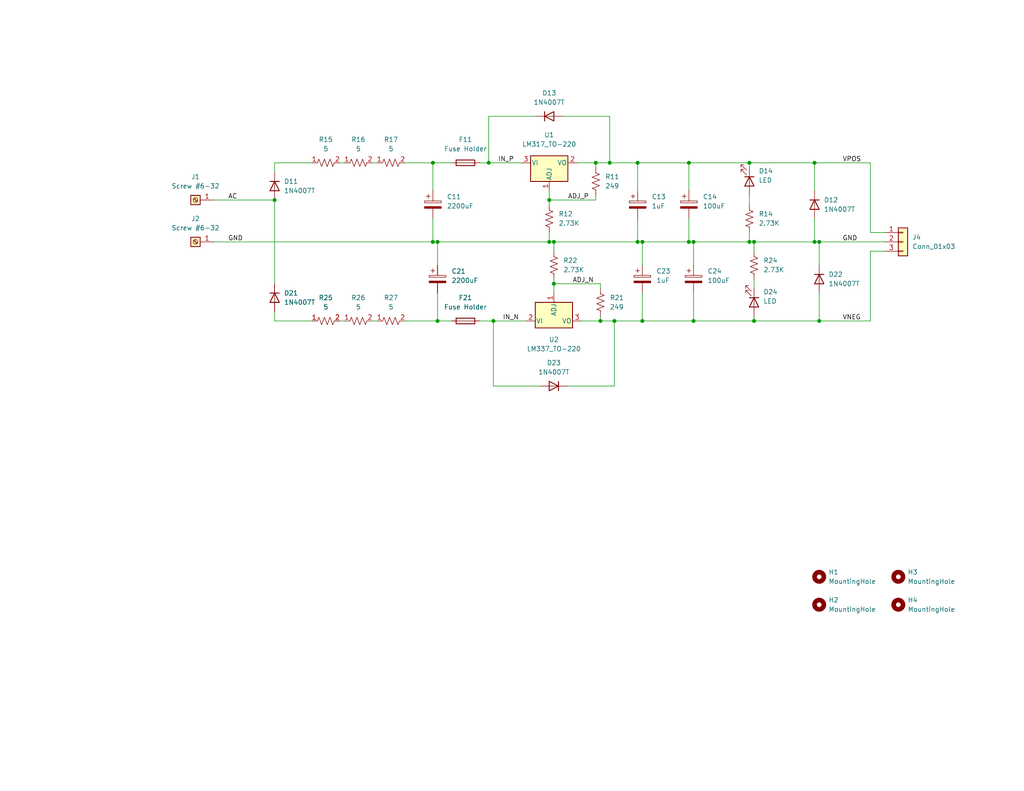
<source format=kicad_sch>
(kicad_sch (version 20211123) (generator eeschema)

  (uuid 7716103c-2ee7-48bb-b4e8-afaa1529c51f)

  (paper "A")

  (title_block
    (title "Biploar Power Supply")
    (date "2023-01-17")
    (rev "0")
    (comment 1 "THE PRODUCT IS PROVIDED \"AS IS\", WITHOUT WARRANTY OF ANY KIND, EXPRESS OR IMPLIED.")
    (comment 2 "MIT License")
    (comment 3 "(C) 2023 John Vedder")
  )

  (lib_symbols
    (symbol "Connector:Screw_Terminal_01x01" (pin_names (offset 1.016) hide) (in_bom yes) (on_board yes)
      (property "Reference" "J" (id 0) (at 0 2.54 0)
        (effects (font (size 1.27 1.27)))
      )
      (property "Value" "Screw_Terminal_01x01" (id 1) (at 0 -2.54 0)
        (effects (font (size 1.27 1.27)))
      )
      (property "Footprint" "" (id 2) (at 0 0 0)
        (effects (font (size 1.27 1.27)) hide)
      )
      (property "Datasheet" "~" (id 3) (at 0 0 0)
        (effects (font (size 1.27 1.27)) hide)
      )
      (property "ki_keywords" "screw terminal" (id 4) (at 0 0 0)
        (effects (font (size 1.27 1.27)) hide)
      )
      (property "ki_description" "Generic screw terminal, single row, 01x01, script generated (kicad-library-utils/schlib/autogen/connector/)" (id 5) (at 0 0 0)
        (effects (font (size 1.27 1.27)) hide)
      )
      (property "ki_fp_filters" "TerminalBlock*:*" (id 6) (at 0 0 0)
        (effects (font (size 1.27 1.27)) hide)
      )
      (symbol "Screw_Terminal_01x01_1_1"
        (rectangle (start -1.27 1.27) (end 1.27 -1.27)
          (stroke (width 0.254) (type default) (color 0 0 0 0))
          (fill (type background))
        )
        (polyline
          (pts
            (xy -0.5334 0.3302)
            (xy 0.3302 -0.508)
          )
          (stroke (width 0.1524) (type default) (color 0 0 0 0))
          (fill (type none))
        )
        (polyline
          (pts
            (xy -0.3556 0.508)
            (xy 0.508 -0.3302)
          )
          (stroke (width 0.1524) (type default) (color 0 0 0 0))
          (fill (type none))
        )
        (circle (center 0 0) (radius 0.635)
          (stroke (width 0.1524) (type default) (color 0 0 0 0))
          (fill (type none))
        )
        (pin passive line (at -5.08 0 0) (length 3.81)
          (name "Pin_1" (effects (font (size 1.27 1.27))))
          (number "1" (effects (font (size 1.27 1.27))))
        )
      )
    )
    (symbol "Connector_Generic:Conn_01x03" (pin_names (offset 1.016) hide) (in_bom yes) (on_board yes)
      (property "Reference" "J" (id 0) (at 0 5.08 0)
        (effects (font (size 1.27 1.27)))
      )
      (property "Value" "Conn_01x03" (id 1) (at 0 -5.08 0)
        (effects (font (size 1.27 1.27)))
      )
      (property "Footprint" "" (id 2) (at 0 0 0)
        (effects (font (size 1.27 1.27)) hide)
      )
      (property "Datasheet" "~" (id 3) (at 0 0 0)
        (effects (font (size 1.27 1.27)) hide)
      )
      (property "ki_keywords" "connector" (id 4) (at 0 0 0)
        (effects (font (size 1.27 1.27)) hide)
      )
      (property "ki_description" "Generic connector, single row, 01x03, script generated (kicad-library-utils/schlib/autogen/connector/)" (id 5) (at 0 0 0)
        (effects (font (size 1.27 1.27)) hide)
      )
      (property "ki_fp_filters" "Connector*:*_1x??_*" (id 6) (at 0 0 0)
        (effects (font (size 1.27 1.27)) hide)
      )
      (symbol "Conn_01x03_1_1"
        (rectangle (start -1.27 -2.413) (end 0 -2.667)
          (stroke (width 0.1524) (type default) (color 0 0 0 0))
          (fill (type none))
        )
        (rectangle (start -1.27 0.127) (end 0 -0.127)
          (stroke (width 0.1524) (type default) (color 0 0 0 0))
          (fill (type none))
        )
        (rectangle (start -1.27 2.667) (end 0 2.413)
          (stroke (width 0.1524) (type default) (color 0 0 0 0))
          (fill (type none))
        )
        (rectangle (start -1.27 3.81) (end 1.27 -3.81)
          (stroke (width 0.254) (type default) (color 0 0 0 0))
          (fill (type background))
        )
        (pin passive line (at -5.08 2.54 0) (length 3.81)
          (name "Pin_1" (effects (font (size 1.27 1.27))))
          (number "1" (effects (font (size 1.27 1.27))))
        )
        (pin passive line (at -5.08 0 0) (length 3.81)
          (name "Pin_2" (effects (font (size 1.27 1.27))))
          (number "2" (effects (font (size 1.27 1.27))))
        )
        (pin passive line (at -5.08 -2.54 0) (length 3.81)
          (name "Pin_3" (effects (font (size 1.27 1.27))))
          (number "3" (effects (font (size 1.27 1.27))))
        )
      )
    )
    (symbol "Device:C_Polarized" (pin_numbers hide) (pin_names (offset 0.254)) (in_bom yes) (on_board yes)
      (property "Reference" "C" (id 0) (at 0.635 2.54 0)
        (effects (font (size 1.27 1.27)) (justify left))
      )
      (property "Value" "C_Polarized" (id 1) (at 0.635 -2.54 0)
        (effects (font (size 1.27 1.27)) (justify left))
      )
      (property "Footprint" "" (id 2) (at 0.9652 -3.81 0)
        (effects (font (size 1.27 1.27)) hide)
      )
      (property "Datasheet" "~" (id 3) (at 0 0 0)
        (effects (font (size 1.27 1.27)) hide)
      )
      (property "ki_keywords" "cap capacitor" (id 4) (at 0 0 0)
        (effects (font (size 1.27 1.27)) hide)
      )
      (property "ki_description" "Polarized capacitor" (id 5) (at 0 0 0)
        (effects (font (size 1.27 1.27)) hide)
      )
      (property "ki_fp_filters" "CP_*" (id 6) (at 0 0 0)
        (effects (font (size 1.27 1.27)) hide)
      )
      (symbol "C_Polarized_0_1"
        (rectangle (start -2.286 0.508) (end 2.286 1.016)
          (stroke (width 0) (type default) (color 0 0 0 0))
          (fill (type none))
        )
        (polyline
          (pts
            (xy -1.778 2.286)
            (xy -0.762 2.286)
          )
          (stroke (width 0) (type default) (color 0 0 0 0))
          (fill (type none))
        )
        (polyline
          (pts
            (xy -1.27 2.794)
            (xy -1.27 1.778)
          )
          (stroke (width 0) (type default) (color 0 0 0 0))
          (fill (type none))
        )
        (rectangle (start 2.286 -0.508) (end -2.286 -1.016)
          (stroke (width 0) (type default) (color 0 0 0 0))
          (fill (type outline))
        )
      )
      (symbol "C_Polarized_1_1"
        (pin passive line (at 0 3.81 270) (length 2.794)
          (name "~" (effects (font (size 1.27 1.27))))
          (number "1" (effects (font (size 1.27 1.27))))
        )
        (pin passive line (at 0 -3.81 90) (length 2.794)
          (name "~" (effects (font (size 1.27 1.27))))
          (number "2" (effects (font (size 1.27 1.27))))
        )
      )
    )
    (symbol "Device:D" (pin_numbers hide) (pin_names (offset 1.016) hide) (in_bom yes) (on_board yes)
      (property "Reference" "D" (id 0) (at 0 2.54 0)
        (effects (font (size 1.27 1.27)))
      )
      (property "Value" "D" (id 1) (at 0 -2.54 0)
        (effects (font (size 1.27 1.27)))
      )
      (property "Footprint" "" (id 2) (at 0 0 0)
        (effects (font (size 1.27 1.27)) hide)
      )
      (property "Datasheet" "~" (id 3) (at 0 0 0)
        (effects (font (size 1.27 1.27)) hide)
      )
      (property "ki_keywords" "diode" (id 4) (at 0 0 0)
        (effects (font (size 1.27 1.27)) hide)
      )
      (property "ki_description" "Diode" (id 5) (at 0 0 0)
        (effects (font (size 1.27 1.27)) hide)
      )
      (property "ki_fp_filters" "TO-???* *_Diode_* *SingleDiode* D_*" (id 6) (at 0 0 0)
        (effects (font (size 1.27 1.27)) hide)
      )
      (symbol "D_0_1"
        (polyline
          (pts
            (xy -1.27 1.27)
            (xy -1.27 -1.27)
          )
          (stroke (width 0.254) (type default) (color 0 0 0 0))
          (fill (type none))
        )
        (polyline
          (pts
            (xy 1.27 0)
            (xy -1.27 0)
          )
          (stroke (width 0) (type default) (color 0 0 0 0))
          (fill (type none))
        )
        (polyline
          (pts
            (xy 1.27 1.27)
            (xy 1.27 -1.27)
            (xy -1.27 0)
            (xy 1.27 1.27)
          )
          (stroke (width 0.254) (type default) (color 0 0 0 0))
          (fill (type none))
        )
      )
      (symbol "D_1_1"
        (pin passive line (at -3.81 0 0) (length 2.54)
          (name "K" (effects (font (size 1.27 1.27))))
          (number "1" (effects (font (size 1.27 1.27))))
        )
        (pin passive line (at 3.81 0 180) (length 2.54)
          (name "A" (effects (font (size 1.27 1.27))))
          (number "2" (effects (font (size 1.27 1.27))))
        )
      )
    )
    (symbol "Device:Fuse" (pin_numbers hide) (pin_names (offset 0)) (in_bom yes) (on_board yes)
      (property "Reference" "F" (id 0) (at 2.032 0 90)
        (effects (font (size 1.27 1.27)))
      )
      (property "Value" "Fuse" (id 1) (at -1.905 0 90)
        (effects (font (size 1.27 1.27)))
      )
      (property "Footprint" "" (id 2) (at -1.778 0 90)
        (effects (font (size 1.27 1.27)) hide)
      )
      (property "Datasheet" "~" (id 3) (at 0 0 0)
        (effects (font (size 1.27 1.27)) hide)
      )
      (property "ki_keywords" "fuse" (id 4) (at 0 0 0)
        (effects (font (size 1.27 1.27)) hide)
      )
      (property "ki_description" "Fuse" (id 5) (at 0 0 0)
        (effects (font (size 1.27 1.27)) hide)
      )
      (property "ki_fp_filters" "*Fuse*" (id 6) (at 0 0 0)
        (effects (font (size 1.27 1.27)) hide)
      )
      (symbol "Fuse_0_1"
        (rectangle (start -0.762 -2.54) (end 0.762 2.54)
          (stroke (width 0.254) (type default) (color 0 0 0 0))
          (fill (type none))
        )
        (polyline
          (pts
            (xy 0 2.54)
            (xy 0 -2.54)
          )
          (stroke (width 0) (type default) (color 0 0 0 0))
          (fill (type none))
        )
      )
      (symbol "Fuse_1_1"
        (pin passive line (at 0 3.81 270) (length 1.27)
          (name "~" (effects (font (size 1.27 1.27))))
          (number "1" (effects (font (size 1.27 1.27))))
        )
        (pin passive line (at 0 -3.81 90) (length 1.27)
          (name "~" (effects (font (size 1.27 1.27))))
          (number "2" (effects (font (size 1.27 1.27))))
        )
      )
    )
    (symbol "Device:LED" (pin_numbers hide) (pin_names (offset 1.016) hide) (in_bom yes) (on_board yes)
      (property "Reference" "D" (id 0) (at 0 2.54 0)
        (effects (font (size 1.27 1.27)))
      )
      (property "Value" "LED" (id 1) (at 0 -2.54 0)
        (effects (font (size 1.27 1.27)))
      )
      (property "Footprint" "" (id 2) (at 0 0 0)
        (effects (font (size 1.27 1.27)) hide)
      )
      (property "Datasheet" "~" (id 3) (at 0 0 0)
        (effects (font (size 1.27 1.27)) hide)
      )
      (property "ki_keywords" "LED diode" (id 4) (at 0 0 0)
        (effects (font (size 1.27 1.27)) hide)
      )
      (property "ki_description" "Light emitting diode" (id 5) (at 0 0 0)
        (effects (font (size 1.27 1.27)) hide)
      )
      (property "ki_fp_filters" "LED* LED_SMD:* LED_THT:*" (id 6) (at 0 0 0)
        (effects (font (size 1.27 1.27)) hide)
      )
      (symbol "LED_0_1"
        (polyline
          (pts
            (xy -1.27 -1.27)
            (xy -1.27 1.27)
          )
          (stroke (width 0.254) (type default) (color 0 0 0 0))
          (fill (type none))
        )
        (polyline
          (pts
            (xy -1.27 0)
            (xy 1.27 0)
          )
          (stroke (width 0) (type default) (color 0 0 0 0))
          (fill (type none))
        )
        (polyline
          (pts
            (xy 1.27 -1.27)
            (xy 1.27 1.27)
            (xy -1.27 0)
            (xy 1.27 -1.27)
          )
          (stroke (width 0.254) (type default) (color 0 0 0 0))
          (fill (type none))
        )
        (polyline
          (pts
            (xy -3.048 -0.762)
            (xy -4.572 -2.286)
            (xy -3.81 -2.286)
            (xy -4.572 -2.286)
            (xy -4.572 -1.524)
          )
          (stroke (width 0) (type default) (color 0 0 0 0))
          (fill (type none))
        )
        (polyline
          (pts
            (xy -1.778 -0.762)
            (xy -3.302 -2.286)
            (xy -2.54 -2.286)
            (xy -3.302 -2.286)
            (xy -3.302 -1.524)
          )
          (stroke (width 0) (type default) (color 0 0 0 0))
          (fill (type none))
        )
      )
      (symbol "LED_1_1"
        (pin passive line (at -3.81 0 0) (length 2.54)
          (name "K" (effects (font (size 1.27 1.27))))
          (number "1" (effects (font (size 1.27 1.27))))
        )
        (pin passive line (at 3.81 0 180) (length 2.54)
          (name "A" (effects (font (size 1.27 1.27))))
          (number "2" (effects (font (size 1.27 1.27))))
        )
      )
    )
    (symbol "Device:R_US" (pin_numbers hide) (pin_names (offset 0)) (in_bom yes) (on_board yes)
      (property "Reference" "R" (id 0) (at 2.54 0 90)
        (effects (font (size 1.27 1.27)))
      )
      (property "Value" "R_US" (id 1) (at -2.54 0 90)
        (effects (font (size 1.27 1.27)))
      )
      (property "Footprint" "" (id 2) (at 1.016 -0.254 90)
        (effects (font (size 1.27 1.27)) hide)
      )
      (property "Datasheet" "~" (id 3) (at 0 0 0)
        (effects (font (size 1.27 1.27)) hide)
      )
      (property "ki_keywords" "R res resistor" (id 4) (at 0 0 0)
        (effects (font (size 1.27 1.27)) hide)
      )
      (property "ki_description" "Resistor, US symbol" (id 5) (at 0 0 0)
        (effects (font (size 1.27 1.27)) hide)
      )
      (property "ki_fp_filters" "R_*" (id 6) (at 0 0 0)
        (effects (font (size 1.27 1.27)) hide)
      )
      (symbol "R_US_0_1"
        (polyline
          (pts
            (xy 0 -2.286)
            (xy 0 -2.54)
          )
          (stroke (width 0) (type default) (color 0 0 0 0))
          (fill (type none))
        )
        (polyline
          (pts
            (xy 0 2.286)
            (xy 0 2.54)
          )
          (stroke (width 0) (type default) (color 0 0 0 0))
          (fill (type none))
        )
        (polyline
          (pts
            (xy 0 -0.762)
            (xy 1.016 -1.143)
            (xy 0 -1.524)
            (xy -1.016 -1.905)
            (xy 0 -2.286)
          )
          (stroke (width 0) (type default) (color 0 0 0 0))
          (fill (type none))
        )
        (polyline
          (pts
            (xy 0 0.762)
            (xy 1.016 0.381)
            (xy 0 0)
            (xy -1.016 -0.381)
            (xy 0 -0.762)
          )
          (stroke (width 0) (type default) (color 0 0 0 0))
          (fill (type none))
        )
        (polyline
          (pts
            (xy 0 2.286)
            (xy 1.016 1.905)
            (xy 0 1.524)
            (xy -1.016 1.143)
            (xy 0 0.762)
          )
          (stroke (width 0) (type default) (color 0 0 0 0))
          (fill (type none))
        )
      )
      (symbol "R_US_1_1"
        (pin passive line (at 0 3.81 270) (length 1.27)
          (name "~" (effects (font (size 1.27 1.27))))
          (number "1" (effects (font (size 1.27 1.27))))
        )
        (pin passive line (at 0 -3.81 90) (length 1.27)
          (name "~" (effects (font (size 1.27 1.27))))
          (number "2" (effects (font (size 1.27 1.27))))
        )
      )
    )
    (symbol "Mechanical:MountingHole" (pin_names (offset 1.016)) (in_bom yes) (on_board yes)
      (property "Reference" "H" (id 0) (at 0 5.08 0)
        (effects (font (size 1.27 1.27)))
      )
      (property "Value" "MountingHole" (id 1) (at 0 3.175 0)
        (effects (font (size 1.27 1.27)))
      )
      (property "Footprint" "" (id 2) (at 0 0 0)
        (effects (font (size 1.27 1.27)) hide)
      )
      (property "Datasheet" "~" (id 3) (at 0 0 0)
        (effects (font (size 1.27 1.27)) hide)
      )
      (property "ki_keywords" "mounting hole" (id 4) (at 0 0 0)
        (effects (font (size 1.27 1.27)) hide)
      )
      (property "ki_description" "Mounting Hole without connection" (id 5) (at 0 0 0)
        (effects (font (size 1.27 1.27)) hide)
      )
      (property "ki_fp_filters" "MountingHole*" (id 6) (at 0 0 0)
        (effects (font (size 1.27 1.27)) hide)
      )
      (symbol "MountingHole_0_1"
        (circle (center 0 0) (radius 1.27)
          (stroke (width 1.27) (type default) (color 0 0 0 0))
          (fill (type none))
        )
      )
    )
    (symbol "R_US_1" (pin_names (offset 0)) (in_bom yes) (on_board yes)
      (property "Reference" "R" (id 0) (at 2.54 0 90)
        (effects (font (size 1.27 1.27)))
      )
      (property "Value" "R_US_1" (id 1) (at -2.54 0 90)
        (effects (font (size 1.27 1.27)))
      )
      (property "Footprint" "" (id 2) (at 1.016 -0.254 90)
        (effects (font (size 1.27 1.27)) hide)
      )
      (property "Datasheet" "~" (id 3) (at 0 0 0)
        (effects (font (size 1.27 1.27)) hide)
      )
      (property "ki_keywords" "R res resistor" (id 4) (at 0 0 0)
        (effects (font (size 1.27 1.27)) hide)
      )
      (property "ki_description" "Resistor, US symbol" (id 5) (at 0 0 0)
        (effects (font (size 1.27 1.27)) hide)
      )
      (property "ki_fp_filters" "R_*" (id 6) (at 0 0 0)
        (effects (font (size 1.27 1.27)) hide)
      )
      (symbol "R_US_1_0_1"
        (polyline
          (pts
            (xy 0 -2.286)
            (xy 0 -2.54)
          )
          (stroke (width 0) (type default) (color 0 0 0 0))
          (fill (type none))
        )
        (polyline
          (pts
            (xy 0 2.286)
            (xy 0 2.54)
          )
          (stroke (width 0) (type default) (color 0 0 0 0))
          (fill (type none))
        )
        (polyline
          (pts
            (xy 0 -0.762)
            (xy 1.016 -1.143)
            (xy 0 -1.524)
            (xy -1.016 -1.905)
            (xy 0 -2.286)
          )
          (stroke (width 0) (type default) (color 0 0 0 0))
          (fill (type none))
        )
        (polyline
          (pts
            (xy 0 0.762)
            (xy 1.016 0.381)
            (xy 0 0)
            (xy -1.016 -0.381)
            (xy 0 -0.762)
          )
          (stroke (width 0) (type default) (color 0 0 0 0))
          (fill (type none))
        )
        (polyline
          (pts
            (xy 0 2.286)
            (xy 1.016 1.905)
            (xy 0 1.524)
            (xy -1.016 1.143)
            (xy 0 0.762)
          )
          (stroke (width 0) (type default) (color 0 0 0 0))
          (fill (type none))
        )
      )
      (symbol "R_US_1_1_1"
        (pin passive line (at 0 3.81 270) (length 1.27)
          (name "~" (effects (font (size 1.27 1.27))))
          (number "1" (effects (font (size 1.27 1.27))))
        )
        (pin passive line (at 0 -3.81 90) (length 1.27)
          (name "~" (effects (font (size 1.27 1.27))))
          (number "2" (effects (font (size 1.27 1.27))))
        )
      )
    )
    (symbol "R_US_2" (pin_names (offset 0)) (in_bom yes) (on_board yes)
      (property "Reference" "R" (id 0) (at 2.54 0 90)
        (effects (font (size 1.27 1.27)))
      )
      (property "Value" "R_US_2" (id 1) (at -2.54 0 90)
        (effects (font (size 1.27 1.27)))
      )
      (property "Footprint" "" (id 2) (at 1.016 -0.254 90)
        (effects (font (size 1.27 1.27)) hide)
      )
      (property "Datasheet" "~" (id 3) (at 0 0 0)
        (effects (font (size 1.27 1.27)) hide)
      )
      (property "ki_keywords" "R res resistor" (id 4) (at 0 0 0)
        (effects (font (size 1.27 1.27)) hide)
      )
      (property "ki_description" "Resistor, US symbol" (id 5) (at 0 0 0)
        (effects (font (size 1.27 1.27)) hide)
      )
      (property "ki_fp_filters" "R_*" (id 6) (at 0 0 0)
        (effects (font (size 1.27 1.27)) hide)
      )
      (symbol "R_US_2_0_1"
        (polyline
          (pts
            (xy 0 -2.286)
            (xy 0 -2.54)
          )
          (stroke (width 0) (type default) (color 0 0 0 0))
          (fill (type none))
        )
        (polyline
          (pts
            (xy 0 2.286)
            (xy 0 2.54)
          )
          (stroke (width 0) (type default) (color 0 0 0 0))
          (fill (type none))
        )
        (polyline
          (pts
            (xy 0 -0.762)
            (xy 1.016 -1.143)
            (xy 0 -1.524)
            (xy -1.016 -1.905)
            (xy 0 -2.286)
          )
          (stroke (width 0) (type default) (color 0 0 0 0))
          (fill (type none))
        )
        (polyline
          (pts
            (xy 0 0.762)
            (xy 1.016 0.381)
            (xy 0 0)
            (xy -1.016 -0.381)
            (xy 0 -0.762)
          )
          (stroke (width 0) (type default) (color 0 0 0 0))
          (fill (type none))
        )
        (polyline
          (pts
            (xy 0 2.286)
            (xy 1.016 1.905)
            (xy 0 1.524)
            (xy -1.016 1.143)
            (xy 0 0.762)
          )
          (stroke (width 0) (type default) (color 0 0 0 0))
          (fill (type none))
        )
      )
      (symbol "R_US_2_1_1"
        (pin passive line (at 0 3.81 270) (length 1.27)
          (name "~" (effects (font (size 1.27 1.27))))
          (number "1" (effects (font (size 1.27 1.27))))
        )
        (pin passive line (at 0 -3.81 90) (length 1.27)
          (name "~" (effects (font (size 1.27 1.27))))
          (number "2" (effects (font (size 1.27 1.27))))
        )
      )
    )
    (symbol "R_US_3" (pin_names (offset 0)) (in_bom yes) (on_board yes)
      (property "Reference" "R" (id 0) (at 2.54 0 90)
        (effects (font (size 1.27 1.27)))
      )
      (property "Value" "R_US_3" (id 1) (at -2.54 0 90)
        (effects (font (size 1.27 1.27)))
      )
      (property "Footprint" "" (id 2) (at 1.016 -0.254 90)
        (effects (font (size 1.27 1.27)) hide)
      )
      (property "Datasheet" "~" (id 3) (at 0 0 0)
        (effects (font (size 1.27 1.27)) hide)
      )
      (property "ki_keywords" "R res resistor" (id 4) (at 0 0 0)
        (effects (font (size 1.27 1.27)) hide)
      )
      (property "ki_description" "Resistor, US symbol" (id 5) (at 0 0 0)
        (effects (font (size 1.27 1.27)) hide)
      )
      (property "ki_fp_filters" "R_*" (id 6) (at 0 0 0)
        (effects (font (size 1.27 1.27)) hide)
      )
      (symbol "R_US_3_0_1"
        (polyline
          (pts
            (xy 0 -2.286)
            (xy 0 -2.54)
          )
          (stroke (width 0) (type default) (color 0 0 0 0))
          (fill (type none))
        )
        (polyline
          (pts
            (xy 0 2.286)
            (xy 0 2.54)
          )
          (stroke (width 0) (type default) (color 0 0 0 0))
          (fill (type none))
        )
        (polyline
          (pts
            (xy 0 -0.762)
            (xy 1.016 -1.143)
            (xy 0 -1.524)
            (xy -1.016 -1.905)
            (xy 0 -2.286)
          )
          (stroke (width 0) (type default) (color 0 0 0 0))
          (fill (type none))
        )
        (polyline
          (pts
            (xy 0 0.762)
            (xy 1.016 0.381)
            (xy 0 0)
            (xy -1.016 -0.381)
            (xy 0 -0.762)
          )
          (stroke (width 0) (type default) (color 0 0 0 0))
          (fill (type none))
        )
        (polyline
          (pts
            (xy 0 2.286)
            (xy 1.016 1.905)
            (xy 0 1.524)
            (xy -1.016 1.143)
            (xy 0 0.762)
          )
          (stroke (width 0) (type default) (color 0 0 0 0))
          (fill (type none))
        )
      )
      (symbol "R_US_3_1_1"
        (pin passive line (at 0 3.81 270) (length 1.27)
          (name "~" (effects (font (size 1.27 1.27))))
          (number "1" (effects (font (size 1.27 1.27))))
        )
        (pin passive line (at 0 -3.81 90) (length 1.27)
          (name "~" (effects (font (size 1.27 1.27))))
          (number "2" (effects (font (size 1.27 1.27))))
        )
      )
    )
    (symbol "R_US_4" (pin_names (offset 0)) (in_bom yes) (on_board yes)
      (property "Reference" "R" (id 0) (at 2.54 0 90)
        (effects (font (size 1.27 1.27)))
      )
      (property "Value" "R_US_4" (id 1) (at -2.54 0 90)
        (effects (font (size 1.27 1.27)))
      )
      (property "Footprint" "" (id 2) (at 1.016 -0.254 90)
        (effects (font (size 1.27 1.27)) hide)
      )
      (property "Datasheet" "~" (id 3) (at 0 0 0)
        (effects (font (size 1.27 1.27)) hide)
      )
      (property "ki_keywords" "R res resistor" (id 4) (at 0 0 0)
        (effects (font (size 1.27 1.27)) hide)
      )
      (property "ki_description" "Resistor, US symbol" (id 5) (at 0 0 0)
        (effects (font (size 1.27 1.27)) hide)
      )
      (property "ki_fp_filters" "R_*" (id 6) (at 0 0 0)
        (effects (font (size 1.27 1.27)) hide)
      )
      (symbol "R_US_4_0_1"
        (polyline
          (pts
            (xy 0 -2.286)
            (xy 0 -2.54)
          )
          (stroke (width 0) (type default) (color 0 0 0 0))
          (fill (type none))
        )
        (polyline
          (pts
            (xy 0 2.286)
            (xy 0 2.54)
          )
          (stroke (width 0) (type default) (color 0 0 0 0))
          (fill (type none))
        )
        (polyline
          (pts
            (xy 0 -0.762)
            (xy 1.016 -1.143)
            (xy 0 -1.524)
            (xy -1.016 -1.905)
            (xy 0 -2.286)
          )
          (stroke (width 0) (type default) (color 0 0 0 0))
          (fill (type none))
        )
        (polyline
          (pts
            (xy 0 0.762)
            (xy 1.016 0.381)
            (xy 0 0)
            (xy -1.016 -0.381)
            (xy 0 -0.762)
          )
          (stroke (width 0) (type default) (color 0 0 0 0))
          (fill (type none))
        )
        (polyline
          (pts
            (xy 0 2.286)
            (xy 1.016 1.905)
            (xy 0 1.524)
            (xy -1.016 1.143)
            (xy 0 0.762)
          )
          (stroke (width 0) (type default) (color 0 0 0 0))
          (fill (type none))
        )
      )
      (symbol "R_US_4_1_1"
        (pin passive line (at 0 3.81 270) (length 1.27)
          (name "~" (effects (font (size 1.27 1.27))))
          (number "1" (effects (font (size 1.27 1.27))))
        )
        (pin passive line (at 0 -3.81 90) (length 1.27)
          (name "~" (effects (font (size 1.27 1.27))))
          (number "2" (effects (font (size 1.27 1.27))))
        )
      )
    )
    (symbol "R_US_5" (pin_names (offset 0)) (in_bom yes) (on_board yes)
      (property "Reference" "R" (id 0) (at 2.54 0 90)
        (effects (font (size 1.27 1.27)))
      )
      (property "Value" "R_US_5" (id 1) (at -2.54 0 90)
        (effects (font (size 1.27 1.27)))
      )
      (property "Footprint" "" (id 2) (at 1.016 -0.254 90)
        (effects (font (size 1.27 1.27)) hide)
      )
      (property "Datasheet" "~" (id 3) (at 0 0 0)
        (effects (font (size 1.27 1.27)) hide)
      )
      (property "ki_keywords" "R res resistor" (id 4) (at 0 0 0)
        (effects (font (size 1.27 1.27)) hide)
      )
      (property "ki_description" "Resistor, US symbol" (id 5) (at 0 0 0)
        (effects (font (size 1.27 1.27)) hide)
      )
      (property "ki_fp_filters" "R_*" (id 6) (at 0 0 0)
        (effects (font (size 1.27 1.27)) hide)
      )
      (symbol "R_US_5_0_1"
        (polyline
          (pts
            (xy 0 -2.286)
            (xy 0 -2.54)
          )
          (stroke (width 0) (type default) (color 0 0 0 0))
          (fill (type none))
        )
        (polyline
          (pts
            (xy 0 2.286)
            (xy 0 2.54)
          )
          (stroke (width 0) (type default) (color 0 0 0 0))
          (fill (type none))
        )
        (polyline
          (pts
            (xy 0 -0.762)
            (xy 1.016 -1.143)
            (xy 0 -1.524)
            (xy -1.016 -1.905)
            (xy 0 -2.286)
          )
          (stroke (width 0) (type default) (color 0 0 0 0))
          (fill (type none))
        )
        (polyline
          (pts
            (xy 0 0.762)
            (xy 1.016 0.381)
            (xy 0 0)
            (xy -1.016 -0.381)
            (xy 0 -0.762)
          )
          (stroke (width 0) (type default) (color 0 0 0 0))
          (fill (type none))
        )
        (polyline
          (pts
            (xy 0 2.286)
            (xy 1.016 1.905)
            (xy 0 1.524)
            (xy -1.016 1.143)
            (xy 0 0.762)
          )
          (stroke (width 0) (type default) (color 0 0 0 0))
          (fill (type none))
        )
      )
      (symbol "R_US_5_1_1"
        (pin passive line (at 0 3.81 270) (length 1.27)
          (name "~" (effects (font (size 1.27 1.27))))
          (number "1" (effects (font (size 1.27 1.27))))
        )
        (pin passive line (at 0 -3.81 90) (length 1.27)
          (name "~" (effects (font (size 1.27 1.27))))
          (number "2" (effects (font (size 1.27 1.27))))
        )
      )
    )
    (symbol "R_US_6" (pin_names (offset 0)) (in_bom yes) (on_board yes)
      (property "Reference" "R" (id 0) (at 2.54 0 90)
        (effects (font (size 1.27 1.27)))
      )
      (property "Value" "R_US_6" (id 1) (at -2.54 0 90)
        (effects (font (size 1.27 1.27)))
      )
      (property "Footprint" "" (id 2) (at 1.016 -0.254 90)
        (effects (font (size 1.27 1.27)) hide)
      )
      (property "Datasheet" "~" (id 3) (at 0 0 0)
        (effects (font (size 1.27 1.27)) hide)
      )
      (property "ki_keywords" "R res resistor" (id 4) (at 0 0 0)
        (effects (font (size 1.27 1.27)) hide)
      )
      (property "ki_description" "Resistor, US symbol" (id 5) (at 0 0 0)
        (effects (font (size 1.27 1.27)) hide)
      )
      (property "ki_fp_filters" "R_*" (id 6) (at 0 0 0)
        (effects (font (size 1.27 1.27)) hide)
      )
      (symbol "R_US_6_0_1"
        (polyline
          (pts
            (xy 0 -2.286)
            (xy 0 -2.54)
          )
          (stroke (width 0) (type default) (color 0 0 0 0))
          (fill (type none))
        )
        (polyline
          (pts
            (xy 0 2.286)
            (xy 0 2.54)
          )
          (stroke (width 0) (type default) (color 0 0 0 0))
          (fill (type none))
        )
        (polyline
          (pts
            (xy 0 -0.762)
            (xy 1.016 -1.143)
            (xy 0 -1.524)
            (xy -1.016 -1.905)
            (xy 0 -2.286)
          )
          (stroke (width 0) (type default) (color 0 0 0 0))
          (fill (type none))
        )
        (polyline
          (pts
            (xy 0 0.762)
            (xy 1.016 0.381)
            (xy 0 0)
            (xy -1.016 -0.381)
            (xy 0 -0.762)
          )
          (stroke (width 0) (type default) (color 0 0 0 0))
          (fill (type none))
        )
        (polyline
          (pts
            (xy 0 2.286)
            (xy 1.016 1.905)
            (xy 0 1.524)
            (xy -1.016 1.143)
            (xy 0 0.762)
          )
          (stroke (width 0) (type default) (color 0 0 0 0))
          (fill (type none))
        )
      )
      (symbol "R_US_6_1_1"
        (pin passive line (at 0 3.81 270) (length 1.27)
          (name "~" (effects (font (size 1.27 1.27))))
          (number "1" (effects (font (size 1.27 1.27))))
        )
        (pin passive line (at 0 -3.81 90) (length 1.27)
          (name "~" (effects (font (size 1.27 1.27))))
          (number "2" (effects (font (size 1.27 1.27))))
        )
      )
    )
    (symbol "Regulator_Linear:LM317_TO-220" (pin_names (offset 0.254)) (in_bom yes) (on_board yes)
      (property "Reference" "U" (id 0) (at -3.81 3.175 0)
        (effects (font (size 1.27 1.27)))
      )
      (property "Value" "LM317_TO-220" (id 1) (at 0 3.175 0)
        (effects (font (size 1.27 1.27)) (justify left))
      )
      (property "Footprint" "Package_TO_SOT_THT:TO-220-3_Vertical" (id 2) (at 0 6.35 0)
        (effects (font (size 1.27 1.27) italic) hide)
      )
      (property "Datasheet" "http://www.ti.com/lit/ds/symlink/lm317.pdf" (id 3) (at 0 0 0)
        (effects (font (size 1.27 1.27)) hide)
      )
      (property "ki_keywords" "Adjustable Voltage Regulator 1A Positive" (id 4) (at 0 0 0)
        (effects (font (size 1.27 1.27)) hide)
      )
      (property "ki_description" "1.5A 35V Adjustable Linear Regulator, TO-220" (id 5) (at 0 0 0)
        (effects (font (size 1.27 1.27)) hide)
      )
      (property "ki_fp_filters" "TO?220*" (id 6) (at 0 0 0)
        (effects (font (size 1.27 1.27)) hide)
      )
      (symbol "LM317_TO-220_0_1"
        (rectangle (start -5.08 1.905) (end 5.08 -5.08)
          (stroke (width 0.254) (type default) (color 0 0 0 0))
          (fill (type background))
        )
      )
      (symbol "LM317_TO-220_1_1"
        (pin input line (at 0 -7.62 90) (length 2.54)
          (name "ADJ" (effects (font (size 1.27 1.27))))
          (number "1" (effects (font (size 1.27 1.27))))
        )
        (pin power_out line (at 7.62 0 180) (length 2.54)
          (name "VO" (effects (font (size 1.27 1.27))))
          (number "2" (effects (font (size 1.27 1.27))))
        )
        (pin power_in line (at -7.62 0 0) (length 2.54)
          (name "VI" (effects (font (size 1.27 1.27))))
          (number "3" (effects (font (size 1.27 1.27))))
        )
      )
    )
    (symbol "Regulator_Linear:LM337_TO220" (pin_names (offset 0.254)) (in_bom yes) (on_board yes)
      (property "Reference" "U" (id 0) (at -3.81 -3.175 0)
        (effects (font (size 1.27 1.27)))
      )
      (property "Value" "LM337_TO220" (id 1) (at 0 -3.175 0)
        (effects (font (size 1.27 1.27)) (justify left))
      )
      (property "Footprint" "Package_TO_SOT_THT:TO-220-3_Vertical" (id 2) (at 0 -5.08 0)
        (effects (font (size 1.27 1.27) italic) hide)
      )
      (property "Datasheet" "http://www.ti.com/lit/ds/symlink/lm337-n.pdf" (id 3) (at 0 0 0)
        (effects (font (size 1.27 1.27)) hide)
      )
      (property "ki_keywords" "Adjustable Voltage Regulator 1.5A Negative" (id 4) (at 0 0 0)
        (effects (font (size 1.27 1.27)) hide)
      )
      (property "ki_description" "Negative 1.5A 35V Adjustable Linear Regulator, TO-220" (id 5) (at 0 0 0)
        (effects (font (size 1.27 1.27)) hide)
      )
      (property "ki_fp_filters" "TO?220*" (id 6) (at 0 0 0)
        (effects (font (size 1.27 1.27)) hide)
      )
      (symbol "LM337_TO220_0_1"
        (rectangle (start -5.08 5.08) (end 5.08 -1.905)
          (stroke (width 0.254) (type default) (color 0 0 0 0))
          (fill (type background))
        )
      )
      (symbol "LM337_TO220_1_1"
        (pin input line (at 0 7.62 270) (length 2.54)
          (name "ADJ" (effects (font (size 1.27 1.27))))
          (number "1" (effects (font (size 1.27 1.27))))
        )
        (pin power_in line (at -7.62 0 0) (length 2.54)
          (name "VI" (effects (font (size 1.27 1.27))))
          (number "2" (effects (font (size 1.27 1.27))))
        )
        (pin power_out line (at 7.62 0 180) (length 2.54)
          (name "VO" (effects (font (size 1.27 1.27))))
          (number "3" (effects (font (size 1.27 1.27))))
        )
      )
    )
  )

  (junction (at 189.23 66.04) (diameter 0) (color 0 0 0 0)
    (uuid 07220bb0-4e67-4b70-a960-c26a72afdda2)
  )
  (junction (at 222.25 44.45) (diameter 0) (color 0 0 0 0)
    (uuid 1acd0716-aea9-48cb-aefa-b7236432941e)
  )
  (junction (at 204.47 66.04) (diameter 0) (color 0 0 0 0)
    (uuid 1b64db02-8fc7-43a1-84d6-1f3305bf40af)
  )
  (junction (at 222.25 66.04) (diameter 0) (color 0 0 0 0)
    (uuid 3c414686-9d85-411f-992b-09547fee1bc3)
  )
  (junction (at 133.35 44.45) (diameter 0) (color 0 0 0 0)
    (uuid 41e10094-d261-4df0-947f-94d42dab99b3)
  )
  (junction (at 74.93 54.61) (diameter 0) (color 0 0 0 0)
    (uuid 4404dbb3-0114-47d4-a82b-42a4028a13b0)
  )
  (junction (at 187.96 66.04) (diameter 0) (color 0 0 0 0)
    (uuid 44634aff-9b10-4187-aa58-f9542dfc442a)
  )
  (junction (at 173.99 66.04) (diameter 0) (color 0 0 0 0)
    (uuid 44d32e48-4bc1-4e19-a82c-c3f54bd29f20)
  )
  (junction (at 204.47 44.45) (diameter 0) (color 0 0 0 0)
    (uuid 49e00050-0209-41e1-b396-f0bddf5fdef5)
  )
  (junction (at 205.74 87.63) (diameter 0) (color 0 0 0 0)
    (uuid 52498307-b1e9-4c2c-9cfb-455dc491f783)
  )
  (junction (at 118.11 44.45) (diameter 0) (color 0 0 0 0)
    (uuid 5d455d1a-d667-4a5b-b49f-0eee13eb97a3)
  )
  (junction (at 175.26 66.04) (diameter 0) (color 0 0 0 0)
    (uuid 5f6bc1a5-fa61-4d4b-b49a-9eecdda723b9)
  )
  (junction (at 149.86 54.61) (diameter 0) (color 0 0 0 0)
    (uuid 614a0e2a-8726-477c-9609-8329e7b2ab76)
  )
  (junction (at 118.11 66.04) (diameter 0) (color 0 0 0 0)
    (uuid 6eb3a3ee-5f0a-4702-a5ad-ed8aa6941a84)
  )
  (junction (at 167.64 87.63) (diameter 0) (color 0 0 0 0)
    (uuid 7469de34-cde2-402b-9ecb-227f975af16b)
  )
  (junction (at 187.96 44.45) (diameter 0) (color 0 0 0 0)
    (uuid 7ec1f6be-8b8d-4869-a723-ed88b5ef5b2e)
  )
  (junction (at 223.52 87.63) (diameter 0) (color 0 0 0 0)
    (uuid 83aa151e-503c-40aa-b5a3-58396bfeb983)
  )
  (junction (at 149.86 66.04) (diameter 0) (color 0 0 0 0)
    (uuid 8b9d8e30-b214-4244-832a-90870bd7d325)
  )
  (junction (at 205.74 66.04) (diameter 0) (color 0 0 0 0)
    (uuid 974af35c-f0e3-4697-94b5-9be4ed53b1f7)
  )
  (junction (at 163.83 87.63) (diameter 0) (color 0 0 0 0)
    (uuid 9c97d22a-67da-4635-887b-62c26505fa34)
  )
  (junction (at 134.62 87.63) (diameter 0) (color 0 0 0 0)
    (uuid a266932d-d100-40cd-8b76-c35fd5304d8a)
  )
  (junction (at 119.38 66.04) (diameter 0) (color 0 0 0 0)
    (uuid aaef3e24-01b0-4b3a-ba59-3071c997fe4f)
  )
  (junction (at 223.52 66.04) (diameter 0) (color 0 0 0 0)
    (uuid ba462768-2343-4145-8285-1a19006a670e)
  )
  (junction (at 151.13 77.47) (diameter 0) (color 0 0 0 0)
    (uuid c1958739-6812-43dc-98d2-1ea1b6de801e)
  )
  (junction (at 189.23 87.63) (diameter 0) (color 0 0 0 0)
    (uuid c65ffe1d-ba0d-4117-b14c-772bd66c9ad3)
  )
  (junction (at 151.13 66.04) (diameter 0) (color 0 0 0 0)
    (uuid d10c2660-92dc-49fe-969b-73fd91cc2ad2)
  )
  (junction (at 166.37 44.45) (diameter 0) (color 0 0 0 0)
    (uuid da721fb1-4948-454c-9476-db8251e463d2)
  )
  (junction (at 175.26 87.63) (diameter 0) (color 0 0 0 0)
    (uuid e3c83538-e8f4-434a-9a7c-67488e9969be)
  )
  (junction (at 119.38 87.63) (diameter 0) (color 0 0 0 0)
    (uuid f02311d9-a923-4b68-a56a-c40237047217)
  )
  (junction (at 162.56 44.45) (diameter 0) (color 0 0 0 0)
    (uuid f5b467cd-97c5-49bd-85c6-f2ec9ebf3da6)
  )
  (junction (at 173.99 44.45) (diameter 0) (color 0 0 0 0)
    (uuid fa284ce1-2dff-406e-b99c-0226e946b091)
  )

  (wire (pts (xy 205.74 76.2) (xy 205.74 78.74))
    (stroke (width 0) (type default) (color 0 0 0 0))
    (uuid 00ca0202-799e-45f7-887f-cae4988e8941)
  )
  (wire (pts (xy 118.11 66.04) (xy 119.38 66.04))
    (stroke (width 0) (type default) (color 0 0 0 0))
    (uuid 02b338b7-1e27-473b-a6d3-006feb7f5216)
  )
  (wire (pts (xy 149.86 55.88) (xy 149.86 54.61))
    (stroke (width 0) (type default) (color 0 0 0 0))
    (uuid 085f7f1a-d5be-4ca2-90fb-6e026af75064)
  )
  (wire (pts (xy 173.99 44.45) (xy 173.99 52.07))
    (stroke (width 0) (type default) (color 0 0 0 0))
    (uuid 0c713bc5-9318-42a4-b2ee-7537a8585554)
  )
  (wire (pts (xy 187.96 44.45) (xy 173.99 44.45))
    (stroke (width 0) (type default) (color 0 0 0 0))
    (uuid 0e58ac3a-5ff8-4a1f-aba6-1d156f17eb1d)
  )
  (wire (pts (xy 151.13 66.04) (xy 173.99 66.04))
    (stroke (width 0) (type default) (color 0 0 0 0))
    (uuid 11f2361e-104e-44ba-a89c-4292ab226ac8)
  )
  (wire (pts (xy 163.83 86.36) (xy 163.83 87.63))
    (stroke (width 0) (type default) (color 0 0 0 0))
    (uuid 1207234e-2af2-498e-a6ed-179222a6fc42)
  )
  (wire (pts (xy 130.81 87.63) (xy 134.62 87.63))
    (stroke (width 0) (type default) (color 0 0 0 0))
    (uuid 12c13382-caa4-4541-ad92-ead516bcc304)
  )
  (wire (pts (xy 223.52 66.04) (xy 223.52 72.39))
    (stroke (width 0) (type default) (color 0 0 0 0))
    (uuid 135f8816-2079-462c-9c57-ea3b26af7793)
  )
  (wire (pts (xy 119.38 66.04) (xy 149.86 66.04))
    (stroke (width 0) (type default) (color 0 0 0 0))
    (uuid 15d05766-6b27-45d2-9fde-cba87d631496)
  )
  (wire (pts (xy 92.71 87.63) (xy 93.98 87.63))
    (stroke (width 0) (type default) (color 0 0 0 0))
    (uuid 1947309d-f818-49ca-815e-13268e7014df)
  )
  (wire (pts (xy 175.26 66.04) (xy 173.99 66.04))
    (stroke (width 0) (type default) (color 0 0 0 0))
    (uuid 1d3424da-9752-48bf-b20c-f69f9e7b15cc)
  )
  (wire (pts (xy 74.93 85.09) (xy 74.93 87.63))
    (stroke (width 0) (type default) (color 0 0 0 0))
    (uuid 1e2e5b89-f9e3-496f-b679-5cf001241637)
  )
  (wire (pts (xy 149.86 52.07) (xy 149.86 54.61))
    (stroke (width 0) (type default) (color 0 0 0 0))
    (uuid 1ee87fd2-5fbb-4ea9-b1ac-ec43d4da8bf8)
  )
  (wire (pts (xy 205.74 66.04) (xy 205.74 68.58))
    (stroke (width 0) (type default) (color 0 0 0 0))
    (uuid 1f509f87-cff9-4055-95a8-3c8cd94bddc8)
  )
  (wire (pts (xy 222.25 66.04) (xy 223.52 66.04))
    (stroke (width 0) (type default) (color 0 0 0 0))
    (uuid 2a2c2e1e-24c4-4a81-b477-15408fc7671b)
  )
  (wire (pts (xy 163.83 78.74) (xy 163.83 77.47))
    (stroke (width 0) (type default) (color 0 0 0 0))
    (uuid 383b8249-3e91-4abf-83d3-0a84d74327a6)
  )
  (wire (pts (xy 146.05 31.75) (xy 133.35 31.75))
    (stroke (width 0) (type default) (color 0 0 0 0))
    (uuid 3a77a9b4-9b13-4242-bbc2-da2dcb737f34)
  )
  (wire (pts (xy 147.32 105.41) (xy 134.62 105.41))
    (stroke (width 0) (type default) (color 0 0 0 0))
    (uuid 3e2a6816-750a-444a-9231-b3caa7b9c326)
  )
  (wire (pts (xy 162.56 44.45) (xy 162.56 45.72))
    (stroke (width 0) (type default) (color 0 0 0 0))
    (uuid 3f87b6d2-a796-4e9a-a991-e77f9b9cd169)
  )
  (wire (pts (xy 204.47 44.45) (xy 204.47 45.72))
    (stroke (width 0) (type default) (color 0 0 0 0))
    (uuid 4014db89-9986-45c0-9935-1ff2a2152dd3)
  )
  (wire (pts (xy 167.64 87.63) (xy 163.83 87.63))
    (stroke (width 0) (type default) (color 0 0 0 0))
    (uuid 47b3bcd9-a8bb-4bd2-9851-2530f4705be8)
  )
  (wire (pts (xy 205.74 66.04) (xy 222.25 66.04))
    (stroke (width 0) (type default) (color 0 0 0 0))
    (uuid 48ddb1ff-d14b-413f-8e55-2184f008d52f)
  )
  (wire (pts (xy 166.37 44.45) (xy 162.56 44.45))
    (stroke (width 0) (type default) (color 0 0 0 0))
    (uuid 4e75d9d3-93ed-4c1d-866e-2cadca37b13f)
  )
  (wire (pts (xy 204.47 53.34) (xy 204.47 55.88))
    (stroke (width 0) (type default) (color 0 0 0 0))
    (uuid 598bb130-5e33-4586-907c-81d1cb38cfa3)
  )
  (wire (pts (xy 204.47 66.04) (xy 205.74 66.04))
    (stroke (width 0) (type default) (color 0 0 0 0))
    (uuid 5ae10f69-e946-4cdd-92f8-16acab78642c)
  )
  (wire (pts (xy 204.47 66.04) (xy 189.23 66.04))
    (stroke (width 0) (type default) (color 0 0 0 0))
    (uuid 5b6632c5-e430-4168-b7a8-74ffe2317a10)
  )
  (wire (pts (xy 187.96 59.69) (xy 187.96 66.04))
    (stroke (width 0) (type default) (color 0 0 0 0))
    (uuid 5dbb3bc0-f3b3-4409-b491-c9d246229a20)
  )
  (wire (pts (xy 74.93 44.45) (xy 85.09 44.45))
    (stroke (width 0) (type default) (color 0 0 0 0))
    (uuid 60eb3cc7-524c-4aa0-a2cc-9a56a01c0d70)
  )
  (wire (pts (xy 118.11 44.45) (xy 118.11 52.07))
    (stroke (width 0) (type default) (color 0 0 0 0))
    (uuid 61676c3d-8263-4e54-8a02-4d2c2087b73c)
  )
  (wire (pts (xy 110.49 44.45) (xy 118.11 44.45))
    (stroke (width 0) (type default) (color 0 0 0 0))
    (uuid 67fcb0f0-3938-48ca-ab5e-376beb3a5da6)
  )
  (wire (pts (xy 166.37 31.75) (xy 153.67 31.75))
    (stroke (width 0) (type default) (color 0 0 0 0))
    (uuid 6847f281-64f4-4853-848d-5bf6e3c95442)
  )
  (wire (pts (xy 119.38 66.04) (xy 119.38 72.39))
    (stroke (width 0) (type default) (color 0 0 0 0))
    (uuid 6b6e1372-044f-4caf-be0c-b85c58eb95a9)
  )
  (wire (pts (xy 241.3 68.58) (xy 237.49 68.58))
    (stroke (width 0) (type default) (color 0 0 0 0))
    (uuid 6c2d16b0-ba5b-4e7a-a499-11076f1e0525)
  )
  (wire (pts (xy 119.38 87.63) (xy 123.19 87.63))
    (stroke (width 0) (type default) (color 0 0 0 0))
    (uuid 6fa7326e-54c0-4ef4-9cd2-b6cd17ada60c)
  )
  (wire (pts (xy 110.49 87.63) (xy 119.38 87.63))
    (stroke (width 0) (type default) (color 0 0 0 0))
    (uuid 7144e2d0-1b01-493d-b0d3-36b107045098)
  )
  (wire (pts (xy 175.26 66.04) (xy 187.96 66.04))
    (stroke (width 0) (type default) (color 0 0 0 0))
    (uuid 741298e0-70d5-4105-a082-bed033074ed8)
  )
  (wire (pts (xy 151.13 66.04) (xy 151.13 68.58))
    (stroke (width 0) (type default) (color 0 0 0 0))
    (uuid 75c13ebb-7d9e-4f7e-801f-f280a3be852e)
  )
  (wire (pts (xy 157.48 44.45) (xy 162.56 44.45))
    (stroke (width 0) (type default) (color 0 0 0 0))
    (uuid 79b71bb2-4c9e-4f1c-a8e4-42d0e4501c33)
  )
  (wire (pts (xy 74.93 54.61) (xy 74.93 77.47))
    (stroke (width 0) (type default) (color 0 0 0 0))
    (uuid 7beb29fb-25e7-4d98-9aff-29185832337d)
  )
  (wire (pts (xy 151.13 76.2) (xy 151.13 77.47))
    (stroke (width 0) (type default) (color 0 0 0 0))
    (uuid 7d641e5a-c520-4ad2-aee3-f29f213fb743)
  )
  (wire (pts (xy 151.13 77.47) (xy 163.83 77.47))
    (stroke (width 0) (type default) (color 0 0 0 0))
    (uuid 80362538-073d-480b-ba4f-fb6177190e0a)
  )
  (wire (pts (xy 223.52 80.01) (xy 223.52 87.63))
    (stroke (width 0) (type default) (color 0 0 0 0))
    (uuid 8131f06b-b162-4d8e-8448-2a4d26c31a03)
  )
  (wire (pts (xy 58.42 66.04) (xy 118.11 66.04))
    (stroke (width 0) (type default) (color 0 0 0 0))
    (uuid 83bb98e8-d93b-4a80-82bf-e4330dd5946e)
  )
  (wire (pts (xy 187.96 44.45) (xy 204.47 44.45))
    (stroke (width 0) (type default) (color 0 0 0 0))
    (uuid 87a481e7-28b3-4ee1-9d88-01889e300f0f)
  )
  (wire (pts (xy 149.86 54.61) (xy 162.56 54.61))
    (stroke (width 0) (type default) (color 0 0 0 0))
    (uuid 8ab2ff46-7ae7-4093-80eb-b23b3b533fb4)
  )
  (wire (pts (xy 222.25 59.69) (xy 222.25 66.04))
    (stroke (width 0) (type default) (color 0 0 0 0))
    (uuid 8d47d064-60c8-461c-ab88-31ade941a352)
  )
  (wire (pts (xy 134.62 105.41) (xy 134.62 87.63))
    (stroke (width 0) (type default) (color 0 0 0 0))
    (uuid 9172d7e2-2e82-4e3c-99c4-3777f1f82a49)
  )
  (wire (pts (xy 173.99 44.45) (xy 166.37 44.45))
    (stroke (width 0) (type default) (color 0 0 0 0))
    (uuid 9190c474-79c9-4441-9daf-5296d357f171)
  )
  (wire (pts (xy 189.23 80.01) (xy 189.23 87.63))
    (stroke (width 0) (type default) (color 0 0 0 0))
    (uuid 939b2b4c-ce6c-4383-a929-b72cdfa79a6e)
  )
  (wire (pts (xy 118.11 59.69) (xy 118.11 66.04))
    (stroke (width 0) (type default) (color 0 0 0 0))
    (uuid 98d8a6ba-7e21-4574-acd0-abd965fd4ff6)
  )
  (wire (pts (xy 223.52 87.63) (xy 205.74 87.63))
    (stroke (width 0) (type default) (color 0 0 0 0))
    (uuid 99d9f198-ca68-4bf6-ba4e-9a8075034151)
  )
  (wire (pts (xy 241.3 63.5) (xy 237.49 63.5))
    (stroke (width 0) (type default) (color 0 0 0 0))
    (uuid 9c13687e-419e-48b4-9734-5af119a15522)
  )
  (wire (pts (xy 175.26 87.63) (xy 167.64 87.63))
    (stroke (width 0) (type default) (color 0 0 0 0))
    (uuid a4752937-b0f2-4728-9f45-4aa64905840c)
  )
  (wire (pts (xy 133.35 31.75) (xy 133.35 44.45))
    (stroke (width 0) (type default) (color 0 0 0 0))
    (uuid aab0dc41-e016-4dbd-a13b-cea8eaa15a56)
  )
  (wire (pts (xy 204.47 63.5) (xy 204.47 66.04))
    (stroke (width 0) (type default) (color 0 0 0 0))
    (uuid ab3d3118-b5df-40e9-80f1-0cc9297528ae)
  )
  (wire (pts (xy 223.52 66.04) (xy 241.3 66.04))
    (stroke (width 0) (type default) (color 0 0 0 0))
    (uuid abebea25-07dd-4e6f-98fa-bca8b8d79c4e)
  )
  (wire (pts (xy 222.25 44.45) (xy 222.25 52.07))
    (stroke (width 0) (type default) (color 0 0 0 0))
    (uuid af346e91-d297-4deb-b8c9-f23b09ae232d)
  )
  (wire (pts (xy 189.23 87.63) (xy 205.74 87.63))
    (stroke (width 0) (type default) (color 0 0 0 0))
    (uuid b10cfa2e-070c-487a-b95a-f0909a1b7748)
  )
  (wire (pts (xy 189.23 66.04) (xy 189.23 72.39))
    (stroke (width 0) (type default) (color 0 0 0 0))
    (uuid b670fef2-f8fa-4d02-95cb-043294fd4341)
  )
  (wire (pts (xy 162.56 53.34) (xy 162.56 54.61))
    (stroke (width 0) (type default) (color 0 0 0 0))
    (uuid b7e25d41-c597-415f-92ff-fd4a69619270)
  )
  (wire (pts (xy 134.62 87.63) (xy 143.51 87.63))
    (stroke (width 0) (type default) (color 0 0 0 0))
    (uuid ba1a8729-0289-429f-a243-4ec8b84dbfd1)
  )
  (wire (pts (xy 175.26 66.04) (xy 175.26 72.39))
    (stroke (width 0) (type default) (color 0 0 0 0))
    (uuid bc0abd80-c77c-4f01-8d46-2ad7b8535e4d)
  )
  (wire (pts (xy 222.25 44.45) (xy 237.49 44.45))
    (stroke (width 0) (type default) (color 0 0 0 0))
    (uuid bdf5d276-2e89-478b-9e2f-94b31105db2b)
  )
  (wire (pts (xy 74.93 44.45) (xy 74.93 46.99))
    (stroke (width 0) (type default) (color 0 0 0 0))
    (uuid bf3ffa62-4228-40d0-886c-af05f924a468)
  )
  (wire (pts (xy 118.11 44.45) (xy 123.19 44.45))
    (stroke (width 0) (type default) (color 0 0 0 0))
    (uuid c0448e29-75c6-4fb5-8835-1b4bdb55939b)
  )
  (wire (pts (xy 237.49 68.58) (xy 237.49 87.63))
    (stroke (width 0) (type default) (color 0 0 0 0))
    (uuid c3747612-b27a-4f20-823d-d4c5b6b5efe2)
  )
  (wire (pts (xy 130.81 44.45) (xy 133.35 44.45))
    (stroke (width 0) (type default) (color 0 0 0 0))
    (uuid c5f3dfc4-6d4b-4b43-a1c2-15e2140330d2)
  )
  (wire (pts (xy 187.96 66.04) (xy 189.23 66.04))
    (stroke (width 0) (type default) (color 0 0 0 0))
    (uuid c8a22272-b723-456e-94f2-5d46f1a4af13)
  )
  (wire (pts (xy 58.42 54.61) (xy 74.93 54.61))
    (stroke (width 0) (type default) (color 0 0 0 0))
    (uuid c8de31c9-720f-45a4-a82a-bee17b989bb0)
  )
  (wire (pts (xy 101.6 44.45) (xy 102.87 44.45))
    (stroke (width 0) (type default) (color 0 0 0 0))
    (uuid cd493306-32cb-45bd-a978-7951f7e4544b)
  )
  (wire (pts (xy 92.71 44.45) (xy 93.98 44.45))
    (stroke (width 0) (type default) (color 0 0 0 0))
    (uuid d3b2597a-076d-46e0-a924-0c3fa7ff2b2c)
  )
  (wire (pts (xy 189.23 87.63) (xy 175.26 87.63))
    (stroke (width 0) (type default) (color 0 0 0 0))
    (uuid d4f04be0-3576-431b-8330-67dca516cf06)
  )
  (wire (pts (xy 205.74 86.36) (xy 205.74 87.63))
    (stroke (width 0) (type default) (color 0 0 0 0))
    (uuid d53557b0-e3ae-477a-885f-71524dab30e8)
  )
  (wire (pts (xy 119.38 80.01) (xy 119.38 87.63))
    (stroke (width 0) (type default) (color 0 0 0 0))
    (uuid d87f094c-26e0-4c3f-9c53-b996f32b6403)
  )
  (wire (pts (xy 237.49 63.5) (xy 237.49 44.45))
    (stroke (width 0) (type default) (color 0 0 0 0))
    (uuid d89a4db8-2747-4694-85df-7d0f823144e4)
  )
  (wire (pts (xy 222.25 44.45) (xy 204.47 44.45))
    (stroke (width 0) (type default) (color 0 0 0 0))
    (uuid e0830407-a88f-413a-af5d-39a6ecce6bd7)
  )
  (wire (pts (xy 149.86 66.04) (xy 151.13 66.04))
    (stroke (width 0) (type default) (color 0 0 0 0))
    (uuid e1662a3f-6718-4d45-862a-4c2b7da70d49)
  )
  (wire (pts (xy 149.86 63.5) (xy 149.86 66.04))
    (stroke (width 0) (type default) (color 0 0 0 0))
    (uuid e1ea7afd-ecf6-467f-aeaf-44c34def2c25)
  )
  (wire (pts (xy 167.64 87.63) (xy 167.64 105.41))
    (stroke (width 0) (type default) (color 0 0 0 0))
    (uuid e45a8ffa-b227-4241-8c58-b7131d56854e)
  )
  (wire (pts (xy 166.37 44.45) (xy 166.37 31.75))
    (stroke (width 0) (type default) (color 0 0 0 0))
    (uuid e4e9dba5-3825-4de6-94c3-e63b0575fdf0)
  )
  (wire (pts (xy 151.13 77.47) (xy 151.13 80.01))
    (stroke (width 0) (type default) (color 0 0 0 0))
    (uuid ebd31b17-add7-4a31-8a20-c4e893a51766)
  )
  (wire (pts (xy 158.75 87.63) (xy 163.83 87.63))
    (stroke (width 0) (type default) (color 0 0 0 0))
    (uuid efcd4fa5-c084-4e4f-bd53-78d170fb76e5)
  )
  (wire (pts (xy 167.64 105.41) (xy 154.94 105.41))
    (stroke (width 0) (type default) (color 0 0 0 0))
    (uuid f1bbb736-634b-4855-8ff1-d500b3f46cdd)
  )
  (wire (pts (xy 223.52 87.63) (xy 237.49 87.63))
    (stroke (width 0) (type default) (color 0 0 0 0))
    (uuid f292e1be-b9ad-49d4-965e-7897810bb8c6)
  )
  (wire (pts (xy 101.6 87.63) (xy 102.87 87.63))
    (stroke (width 0) (type default) (color 0 0 0 0))
    (uuid f3508201-73d3-4fac-9c6a-e9ed83a7b1dd)
  )
  (wire (pts (xy 187.96 44.45) (xy 187.96 52.07))
    (stroke (width 0) (type default) (color 0 0 0 0))
    (uuid f37fd7e8-c45b-4d49-ae31-31c227c9f932)
  )
  (wire (pts (xy 133.35 44.45) (xy 142.24 44.45))
    (stroke (width 0) (type default) (color 0 0 0 0))
    (uuid f4ff3ea8-c5a4-4bbf-aa89-51fa6f68da50)
  )
  (wire (pts (xy 175.26 80.01) (xy 175.26 87.63))
    (stroke (width 0) (type default) (color 0 0 0 0))
    (uuid f5367eb6-87a5-4a53-a977-dd99133e7110)
  )
  (wire (pts (xy 173.99 59.69) (xy 173.99 66.04))
    (stroke (width 0) (type default) (color 0 0 0 0))
    (uuid f5ebdb99-ea28-4533-a32d-51cdb444699b)
  )
  (wire (pts (xy 74.93 87.63) (xy 85.09 87.63))
    (stroke (width 0) (type default) (color 0 0 0 0))
    (uuid fa0a3537-bf69-438e-97ee-8547cb3b6b38)
  )

  (label "AC" (at 62.23 54.61 0)
    (effects (font (size 1.27 1.27)) (justify left bottom))
    (uuid 045448ee-33ff-4497-8cbe-30f376032c7a)
  )
  (label "ADJ_P" (at 154.94 54.61 0)
    (effects (font (size 1.27 1.27)) (justify left bottom))
    (uuid 11cc9df7-b0d0-4078-a11e-1d2c25c1e4b2)
  )
  (label "IN_P" (at 135.89 44.45 0)
    (effects (font (size 1.27 1.27)) (justify left bottom))
    (uuid 2ad1c6ae-d584-469d-805d-f3b17da9fdc0)
  )
  (label "GND" (at 62.23 66.04 0)
    (effects (font (size 1.27 1.27)) (justify left bottom))
    (uuid 3e6d767f-ad9b-47c3-a276-e7703dcfa197)
  )
  (label "GND" (at 229.87 66.04 0)
    (effects (font (size 1.27 1.27)) (justify left bottom))
    (uuid 5d4d1020-6262-4131-8ee1-471b5be3fe40)
  )
  (label "ADJ_N" (at 156.21 77.47 0)
    (effects (font (size 1.27 1.27)) (justify left bottom))
    (uuid 63714878-4dd7-4ecc-9dc6-965f04371e2f)
  )
  (label "IN_N" (at 137.16 87.63 0)
    (effects (font (size 1.27 1.27)) (justify left bottom))
    (uuid 9857abc0-66e6-4a4e-8457-f6d17bc26d42)
  )
  (label "VNEG" (at 229.87 87.63 0)
    (effects (font (size 1.27 1.27)) (justify left bottom))
    (uuid dbd6d551-fa16-4f7d-93ed-9f60e59ddb5a)
  )
  (label "VPOS" (at 229.87 44.45 0)
    (effects (font (size 1.27 1.27)) (justify left bottom))
    (uuid e275b0a7-9074-438f-b7ed-6313b777bef1)
  )

  (symbol (lib_id "Device:R_US") (at 151.13 72.39 0) (unit 1)
    (in_bom yes) (on_board yes) (fields_autoplaced)
    (uuid 07e8d362-c9e2-409e-b501-807a456d27a9)
    (property "Reference" "R22" (id 0) (at 153.67 71.1199 0)
      (effects (font (size 1.27 1.27)) (justify left))
    )
    (property "Value" "2.73K" (id 1) (at 153.67 73.6599 0)
      (effects (font (size 1.27 1.27)) (justify left))
    )
    (property "Footprint" "$Local:R_0805_2012Metric_Pad1.20x1.40mm_HandSolder" (id 2) (at 152.146 72.644 90)
      (effects (font (size 1.27 1.27)) hide)
    )
    (property "Datasheet" "~" (id 3) (at 151.13 72.39 0)
      (effects (font (size 1.27 1.27)) hide)
    )
    (pin "1" (uuid 6a98b03c-677e-497d-bfae-76778323162f))
    (pin "2" (uuid c9227a15-e3da-4389-8ba2-2087775594b6))
  )

  (symbol (lib_id "Device:D") (at 223.52 76.2 90) (mirror x) (unit 1)
    (in_bom yes) (on_board yes) (fields_autoplaced)
    (uuid 0d869f9d-69b9-4fc5-8442-1f814dcb3ec1)
    (property "Reference" "D22" (id 0) (at 226.06 74.9299 90)
      (effects (font (size 1.27 1.27)) (justify right))
    )
    (property "Value" "1N4007T" (id 1) (at 226.06 77.4699 90)
      (effects (font (size 1.27 1.27)) (justify right))
    )
    (property "Footprint" "Diode_THT:D_DO-41_SOD81_P10.16mm_Horizontal" (id 2) (at 223.52 76.2 0)
      (effects (font (size 1.27 1.27)) hide)
    )
    (property "Datasheet" "~" (id 3) (at 223.52 76.2 0)
      (effects (font (size 1.27 1.27)) hide)
    )
    (pin "1" (uuid 026e438d-c07c-4ad1-aced-57946d2bce57))
    (pin "2" (uuid a3f24a83-1918-4225-9672-c4a789fe3381))
  )

  (symbol (lib_id "Device:C_Polarized") (at 118.11 55.88 0) (unit 1)
    (in_bom yes) (on_board yes) (fields_autoplaced)
    (uuid 15a352c1-6cfb-461a-b857-adea962ee796)
    (property "Reference" "C11" (id 0) (at 121.92 53.7209 0)
      (effects (font (size 1.27 1.27)) (justify left))
    )
    (property "Value" "2200uF" (id 1) (at 121.92 56.2609 0)
      (effects (font (size 1.27 1.27)) (justify left))
    )
    (property "Footprint" "Capacitor_THT:CP_Radial_D16.0mm_P7.50mm" (id 2) (at 119.0752 59.69 0)
      (effects (font (size 1.27 1.27)) hide)
    )
    (property "Datasheet" "~" (id 3) (at 118.11 55.88 0)
      (effects (font (size 1.27 1.27)) hide)
    )
    (pin "1" (uuid b2542f3f-6513-4a9a-95b4-c004bdba8104))
    (pin "2" (uuid 0181610c-cee1-43ff-b8a3-0b05169b44b8))
  )

  (symbol (lib_id "Connector_Generic:Conn_01x03") (at 246.38 66.04 0) (unit 1)
    (in_bom yes) (on_board yes) (fields_autoplaced)
    (uuid 1e911689-f270-41bf-8e59-4bf5fee84976)
    (property "Reference" "J4" (id 0) (at 248.92 64.7699 0)
      (effects (font (size 1.27 1.27)) (justify left))
    )
    (property "Value" "Conn_01x03" (id 1) (at 248.92 67.3099 0)
      (effects (font (size 1.27 1.27)) (justify left))
    )
    (property "Footprint" "Connector_PinHeader_2.54mm:PinHeader_1x03_P2.54mm_Vertical" (id 2) (at 246.38 66.04 0)
      (effects (font (size 1.27 1.27)) hide)
    )
    (property "Datasheet" "~" (id 3) (at 246.38 66.04 0)
      (effects (font (size 1.27 1.27)) hide)
    )
    (pin "1" (uuid 503b5a43-6b56-4154-aae0-9d91d449c457))
    (pin "2" (uuid 310a06d3-7692-4051-885d-0e051081eaea))
    (pin "3" (uuid d01d1708-33c2-456b-8e56-772d2797fdb7))
  )

  (symbol (lib_name "R_US_2") (lib_id "Device:R_US") (at 88.9 87.63 90) (unit 1)
    (in_bom yes) (on_board yes) (fields_autoplaced)
    (uuid 2701913f-0fae-4973-949e-b79d2c88eb7f)
    (property "Reference" "R25" (id 0) (at 88.9 81.28 90))
    (property "Value" "5" (id 1) (at 88.9 83.82 90))
    (property "Footprint" "$Local:R_Axial_L13.1mm_D5.6mm_P20.0mm_Horizontal" (id 2) (at 89.154 86.614 90)
      (effects (font (size 1.27 1.27)) hide)
    )
    (property "Datasheet" "~" (id 3) (at 88.9 87.63 0)
      (effects (font (size 1.27 1.27)) hide)
    )
    (pin "1" (uuid 4848f35b-3b2b-4990-be32-3e67cb8e249c))
    (pin "2" (uuid 847f6481-6012-4e95-be09-1a88c140f08f))
  )

  (symbol (lib_id "Device:C_Polarized") (at 187.96 55.88 0) (unit 1)
    (in_bom yes) (on_board yes)
    (uuid 3003f155-57b2-465f-976c-f282715f474f)
    (property "Reference" "C14" (id 0) (at 191.77 53.7209 0)
      (effects (font (size 1.27 1.27)) (justify left))
    )
    (property "Value" "100uF" (id 1) (at 191.77 56.2609 0)
      (effects (font (size 1.27 1.27)) (justify left))
    )
    (property "Footprint" "Capacitor_THT:CP_Radial_D10.0mm_P5.00mm" (id 2) (at 188.9252 59.69 0)
      (effects (font (size 1.27 1.27)) hide)
    )
    (property "Datasheet" "~" (id 3) (at 187.96 55.88 0)
      (effects (font (size 1.27 1.27)) hide)
    )
    (pin "1" (uuid 2f41f3eb-257b-4b35-8e1c-bd4517d58234))
    (pin "2" (uuid 35290f99-d3c3-46aa-984d-98c681a15547))
  )

  (symbol (lib_name "R_US_6") (lib_id "Device:R_US") (at 106.68 44.45 90) (unit 1)
    (in_bom yes) (on_board yes) (fields_autoplaced)
    (uuid 361902c0-544b-4455-a119-6555914a3004)
    (property "Reference" "R17" (id 0) (at 106.68 38.1 90))
    (property "Value" "5" (id 1) (at 106.68 40.64 90))
    (property "Footprint" "$Local:R_Axial_L13.1mm_D5.6mm_P20.0mm_Horizontal" (id 2) (at 106.934 43.434 90)
      (effects (font (size 1.27 1.27)) hide)
    )
    (property "Datasheet" "~" (id 3) (at 106.68 44.45 0)
      (effects (font (size 1.27 1.27)) hide)
    )
    (pin "1" (uuid fe60ef3a-e565-4dc7-aa30-efc8f4df7017))
    (pin "2" (uuid 9216c7fe-3026-4e9b-b4ba-cd8440563fe7))
  )

  (symbol (lib_id "Device:C_Polarized") (at 119.38 76.2 0) (unit 1)
    (in_bom yes) (on_board yes) (fields_autoplaced)
    (uuid 3be080ca-378a-415c-8959-43a26e80e1db)
    (property "Reference" "C21" (id 0) (at 123.19 74.0409 0)
      (effects (font (size 1.27 1.27)) (justify left))
    )
    (property "Value" "2200uF" (id 1) (at 123.19 76.5809 0)
      (effects (font (size 1.27 1.27)) (justify left))
    )
    (property "Footprint" "Capacitor_THT:CP_Radial_D16.0mm_P7.50mm" (id 2) (at 120.3452 80.01 0)
      (effects (font (size 1.27 1.27)) hide)
    )
    (property "Datasheet" "~" (id 3) (at 119.38 76.2 0)
      (effects (font (size 1.27 1.27)) hide)
    )
    (pin "1" (uuid 2f46afde-b668-41a5-86c0-4842a0016924))
    (pin "2" (uuid fe1b57db-d958-423c-a299-e3bb3c50a3d5))
  )

  (symbol (lib_id "Device:D") (at 74.93 50.8 90) (mirror x) (unit 1)
    (in_bom yes) (on_board yes) (fields_autoplaced)
    (uuid 3e3a435e-69b1-47d9-9f9e-aad92561b1be)
    (property "Reference" "D11" (id 0) (at 77.47 49.5299 90)
      (effects (font (size 1.27 1.27)) (justify right))
    )
    (property "Value" "1N4007T" (id 1) (at 77.47 52.0699 90)
      (effects (font (size 1.27 1.27)) (justify right))
    )
    (property "Footprint" "Diode_THT:D_DO-41_SOD81_P10.16mm_Horizontal" (id 2) (at 74.93 50.8 0)
      (effects (font (size 1.27 1.27)) hide)
    )
    (property "Datasheet" "~" (id 3) (at 74.93 50.8 0)
      (effects (font (size 1.27 1.27)) hide)
    )
    (pin "1" (uuid 8bf058e7-6b4e-4206-94c5-d9ffaa3a811c))
    (pin "2" (uuid 07da010e-5182-4ad5-a82f-1f2e9185e152))
  )

  (symbol (lib_id "Regulator_Linear:LM337_TO220") (at 151.13 87.63 0) (unit 1)
    (in_bom yes) (on_board yes) (fields_autoplaced)
    (uuid 3e937f05-29c9-490d-9909-b5647b1fa632)
    (property "Reference" "U2" (id 0) (at 151.13 92.71 0))
    (property "Value" "LM337_TO-220" (id 1) (at 151.13 95.25 0))
    (property "Footprint" "$Local:TO-220-3_Vertical_Heatsink_19.1x9.7mm" (id 2) (at 151.13 92.71 0)
      (effects (font (size 1.27 1.27) italic) hide)
    )
    (property "Datasheet" "http://www.ti.com/lit/ds/symlink/lm337-n.pdf" (id 3) (at 151.13 87.63 0)
      (effects (font (size 1.27 1.27)) hide)
    )
    (pin "1" (uuid a4b65246-b33d-499c-898e-948a39ca1185))
    (pin "2" (uuid f1bf36ff-ca82-4d22-9cd3-0317c686719d))
    (pin "3" (uuid eb076079-61c8-4a0f-bd06-913d81ff9af4))
  )

  (symbol (lib_id "Device:LED") (at 205.74 82.55 270) (unit 1)
    (in_bom yes) (on_board yes) (fields_autoplaced)
    (uuid 4297baba-370b-459a-b55d-72687841e480)
    (property "Reference" "D24" (id 0) (at 208.28 79.6924 90)
      (effects (font (size 1.27 1.27)) (justify left))
    )
    (property "Value" "LED" (id 1) (at 208.28 82.2324 90)
      (effects (font (size 1.27 1.27)) (justify left))
    )
    (property "Footprint" "$Local:LED_D5.0mm" (id 2) (at 205.74 82.55 0)
      (effects (font (size 1.27 1.27)) hide)
    )
    (property "Datasheet" "~" (id 3) (at 205.74 82.55 0)
      (effects (font (size 1.27 1.27)) hide)
    )
    (pin "1" (uuid 2b4b2820-533d-493e-bc1c-7d0b3f2545be))
    (pin "2" (uuid b0862994-6117-44bb-a699-acc50df2fe41))
  )

  (symbol (lib_id "Device:C_Polarized") (at 175.26 76.2 0) (unit 1)
    (in_bom yes) (on_board yes)
    (uuid 4f0c5695-96a9-42c1-8de5-b4971474a56a)
    (property "Reference" "C23" (id 0) (at 179.07 74.0409 0)
      (effects (font (size 1.27 1.27)) (justify left))
    )
    (property "Value" "1uF" (id 1) (at 179.07 76.5809 0)
      (effects (font (size 1.27 1.27)) (justify left))
    )
    (property "Footprint" "Capacitor_THT:CP_Radial_D5.0mm_P2.00mm" (id 2) (at 176.2252 80.01 0)
      (effects (font (size 1.27 1.27)) hide)
    )
    (property "Datasheet" "~" (id 3) (at 175.26 76.2 0)
      (effects (font (size 1.27 1.27)) hide)
    )
    (pin "1" (uuid 9f8aec25-b288-4d05-932b-97ffe1c37296))
    (pin "2" (uuid 4c7d8d15-f2bb-4c05-b008-4944a9ac2797))
  )

  (symbol (lib_id "Mechanical:MountingHole") (at 245.11 157.48 0) (unit 1)
    (in_bom yes) (on_board yes) (fields_autoplaced)
    (uuid 52140783-2370-49be-abec-a1ff28f5dd80)
    (property "Reference" "H3" (id 0) (at 247.65 156.2099 0)
      (effects (font (size 1.27 1.27)) (justify left))
    )
    (property "Value" "MountingHole" (id 1) (at 247.65 158.7499 0)
      (effects (font (size 1.27 1.27)) (justify left))
    )
    (property "Footprint" "$Local:MountingHole_#6-32_Pad_10mm" (id 2) (at 245.11 157.48 0)
      (effects (font (size 1.27 1.27)) hide)
    )
    (property "Datasheet" "~" (id 3) (at 245.11 157.48 0)
      (effects (font (size 1.27 1.27)) hide)
    )
  )

  (symbol (lib_name "R_US_4") (lib_id "Device:R_US") (at 88.9 44.45 90) (unit 1)
    (in_bom yes) (on_board yes) (fields_autoplaced)
    (uuid 5273bb82-bb5d-4a20-9cd2-d8406d1af85b)
    (property "Reference" "R15" (id 0) (at 88.9 38.1 90))
    (property "Value" "5" (id 1) (at 88.9 40.64 90))
    (property "Footprint" "$Local:R_Axial_L13.1mm_D5.6mm_P20.0mm_Horizontal" (id 2) (at 89.154 43.434 90)
      (effects (font (size 1.27 1.27)) hide)
    )
    (property "Datasheet" "~" (id 3) (at 88.9 44.45 0)
      (effects (font (size 1.27 1.27)) hide)
    )
    (pin "1" (uuid a0ca4f71-83f7-4f5b-a52a-8b4618c16a6a))
    (pin "2" (uuid fe8d3481-891d-45af-8dde-31a4da150fb3))
  )

  (symbol (lib_id "Connector:Screw_Terminal_01x01") (at 53.34 54.61 180) (unit 1)
    (in_bom yes) (on_board yes) (fields_autoplaced)
    (uuid 535d75f3-a892-4abf-8df5-b9b3a0a52e38)
    (property "Reference" "J1" (id 0) (at 53.34 48.26 0))
    (property "Value" "Screw #6-32" (id 1) (at 53.34 50.8 0))
    (property "Footprint" "$Local:ScrewTerminal_01x01_#6-32_10mm" (id 2) (at 53.34 54.61 0)
      (effects (font (size 1.27 1.27)) hide)
    )
    (property "Datasheet" "~" (id 3) (at 53.34 54.61 0)
      (effects (font (size 1.27 1.27)) hide)
    )
    (pin "1" (uuid 587c6edc-19ac-4d89-95a5-54b266d221e9))
  )

  (symbol (lib_id "Device:C_Polarized") (at 173.99 55.88 0) (unit 1)
    (in_bom yes) (on_board yes)
    (uuid 572310a2-0fad-4db1-9da8-c5b98576d559)
    (property "Reference" "C13" (id 0) (at 177.8 53.7209 0)
      (effects (font (size 1.27 1.27)) (justify left))
    )
    (property "Value" "1uF" (id 1) (at 177.8 56.2609 0)
      (effects (font (size 1.27 1.27)) (justify left))
    )
    (property "Footprint" "Capacitor_THT:CP_Radial_D5.0mm_P2.00mm" (id 2) (at 174.9552 59.69 0)
      (effects (font (size 1.27 1.27)) hide)
    )
    (property "Datasheet" "~" (id 3) (at 173.99 55.88 0)
      (effects (font (size 1.27 1.27)) hide)
    )
    (pin "1" (uuid c94ff4dc-1546-40a9-a377-2a8306617c95))
    (pin "2" (uuid c7e0fd4c-6003-4ca1-b60c-b1b2876d91b1))
  )

  (symbol (lib_id "Device:R_US") (at 162.56 49.53 0) (unit 1)
    (in_bom yes) (on_board yes) (fields_autoplaced)
    (uuid 5e5a137f-8dab-4d7f-8008-c3a94542bb04)
    (property "Reference" "R11" (id 0) (at 165.1 48.2599 0)
      (effects (font (size 1.27 1.27)) (justify left))
    )
    (property "Value" "249" (id 1) (at 165.1 50.7999 0)
      (effects (font (size 1.27 1.27)) (justify left))
    )
    (property "Footprint" "$Local:R_0805_2012Metric_Pad1.20x1.40mm_HandSolder" (id 2) (at 163.576 49.784 90)
      (effects (font (size 1.27 1.27)) hide)
    )
    (property "Datasheet" "~" (id 3) (at 162.56 49.53 0)
      (effects (font (size 1.27 1.27)) hide)
    )
    (pin "1" (uuid 04b2e069-11b8-45f5-a676-00b674fec3f3))
    (pin "2" (uuid 7b3b4862-4adc-4f5c-93a0-b9bb0485bcc2))
  )

  (symbol (lib_id "Device:D") (at 149.86 31.75 0) (mirror x) (unit 1)
    (in_bom yes) (on_board yes) (fields_autoplaced)
    (uuid 67bcff1e-f748-47f0-8f00-744971602369)
    (property "Reference" "D13" (id 0) (at 149.86 25.4 0))
    (property "Value" "1N4007T" (id 1) (at 149.86 27.94 0))
    (property "Footprint" "Diode_THT:D_DO-41_SOD81_P10.16mm_Horizontal" (id 2) (at 149.86 31.75 0)
      (effects (font (size 1.27 1.27)) hide)
    )
    (property "Datasheet" "~" (id 3) (at 149.86 31.75 0)
      (effects (font (size 1.27 1.27)) hide)
    )
    (pin "1" (uuid 4df00c57-a784-4e17-931f-578df6d78171))
    (pin "2" (uuid f62450af-aa28-4551-b39d-885e5c26a862))
  )

  (symbol (lib_id "Device:D") (at 74.93 81.28 90) (mirror x) (unit 1)
    (in_bom yes) (on_board yes) (fields_autoplaced)
    (uuid 6d5e7b24-ea48-49dc-902a-c926074d6952)
    (property "Reference" "D21" (id 0) (at 77.47 80.0099 90)
      (effects (font (size 1.27 1.27)) (justify right))
    )
    (property "Value" "1N4007T" (id 1) (at 77.47 82.5499 90)
      (effects (font (size 1.27 1.27)) (justify right))
    )
    (property "Footprint" "Diode_THT:D_DO-41_SOD81_P10.16mm_Horizontal" (id 2) (at 74.93 81.28 0)
      (effects (font (size 1.27 1.27)) hide)
    )
    (property "Datasheet" "~" (id 3) (at 74.93 81.28 0)
      (effects (font (size 1.27 1.27)) hide)
    )
    (pin "1" (uuid 8f3dd02c-ea47-4cb4-86b1-b6d24912edf2))
    (pin "2" (uuid fa747ef6-faa3-4ac8-9837-fcf72b20f48e))
  )

  (symbol (lib_id "Device:LED") (at 204.47 49.53 270) (unit 1)
    (in_bom yes) (on_board yes) (fields_autoplaced)
    (uuid 6ed16546-6f7b-41b1-9431-5c078f72085b)
    (property "Reference" "D14" (id 0) (at 207.01 46.6724 90)
      (effects (font (size 1.27 1.27)) (justify left))
    )
    (property "Value" "LED" (id 1) (at 207.01 49.2124 90)
      (effects (font (size 1.27 1.27)) (justify left))
    )
    (property "Footprint" "$Local:LED_D5.0mm" (id 2) (at 204.47 49.53 0)
      (effects (font (size 1.27 1.27)) hide)
    )
    (property "Datasheet" "~" (id 3) (at 204.47 49.53 0)
      (effects (font (size 1.27 1.27)) hide)
    )
    (pin "1" (uuid d9683ec5-5533-4055-8977-4713685cdd9e))
    (pin "2" (uuid f98232e2-adec-4d92-941f-1061cc19ff03))
  )

  (symbol (lib_id "Device:C_Polarized") (at 189.23 76.2 0) (unit 1)
    (in_bom yes) (on_board yes)
    (uuid 8dc73239-5f30-4e2e-b920-9d333c6726ff)
    (property "Reference" "C24" (id 0) (at 193.04 74.0409 0)
      (effects (font (size 1.27 1.27)) (justify left))
    )
    (property "Value" "100uF" (id 1) (at 193.04 76.5809 0)
      (effects (font (size 1.27 1.27)) (justify left))
    )
    (property "Footprint" "Capacitor_THT:CP_Radial_D10.0mm_P5.00mm" (id 2) (at 190.1952 80.01 0)
      (effects (font (size 1.27 1.27)) hide)
    )
    (property "Datasheet" "~" (id 3) (at 189.23 76.2 0)
      (effects (font (size 1.27 1.27)) hide)
    )
    (pin "1" (uuid b58be060-fcde-4510-b158-2224ed28a844))
    (pin "2" (uuid acde36ed-7e6a-4d55-bcc3-8c80110060f6))
  )

  (symbol (lib_name "R_US_3") (lib_id "Device:R_US") (at 106.68 87.63 90) (unit 1)
    (in_bom yes) (on_board yes) (fields_autoplaced)
    (uuid 8fad684b-7593-4e43-9c97-180d84a4716d)
    (property "Reference" "R27" (id 0) (at 106.68 81.28 90))
    (property "Value" "5" (id 1) (at 106.68 83.82 90))
    (property "Footprint" "$Local:R_Axial_L13.1mm_D5.6mm_P20.0mm_Horizontal" (id 2) (at 106.934 86.614 90)
      (effects (font (size 1.27 1.27)) hide)
    )
    (property "Datasheet" "~" (id 3) (at 106.68 87.63 0)
      (effects (font (size 1.27 1.27)) hide)
    )
    (pin "1" (uuid 5e331bc3-ffb9-4a1a-8bec-fe4a2e175ea7))
    (pin "2" (uuid f3ce98d5-d47e-48ff-afe2-4a8030499aa6))
  )

  (symbol (lib_id "Connector:Screw_Terminal_01x01") (at 53.34 66.04 180) (unit 1)
    (in_bom yes) (on_board yes) (fields_autoplaced)
    (uuid 9af01e5e-b55c-458f-aacd-833e3b134134)
    (property "Reference" "J2" (id 0) (at 53.34 59.69 0))
    (property "Value" "Screw #6-32" (id 1) (at 53.34 62.23 0))
    (property "Footprint" "$Local:ScrewTerminal_01x01_#6-32_10mm" (id 2) (at 53.34 66.04 0)
      (effects (font (size 1.27 1.27)) hide)
    )
    (property "Datasheet" "~" (id 3) (at 53.34 66.04 0)
      (effects (font (size 1.27 1.27)) hide)
    )
    (pin "1" (uuid eca459d1-1bb1-4d9f-aacb-e434e1bcf9ad))
  )

  (symbol (lib_id "Mechanical:MountingHole") (at 223.52 165.1 0) (unit 1)
    (in_bom yes) (on_board yes) (fields_autoplaced)
    (uuid a3fbb6b3-491c-4daf-be3b-e03a3fd2ac24)
    (property "Reference" "H2" (id 0) (at 226.06 163.8299 0)
      (effects (font (size 1.27 1.27)) (justify left))
    )
    (property "Value" "MountingHole" (id 1) (at 226.06 166.3699 0)
      (effects (font (size 1.27 1.27)) (justify left))
    )
    (property "Footprint" "$Local:MountingHole_#6-32_Pad_10mm" (id 2) (at 223.52 165.1 0)
      (effects (font (size 1.27 1.27)) hide)
    )
    (property "Datasheet" "~" (id 3) (at 223.52 165.1 0)
      (effects (font (size 1.27 1.27)) hide)
    )
  )

  (symbol (lib_id "Device:R_US") (at 204.47 59.69 0) (unit 1)
    (in_bom yes) (on_board yes) (fields_autoplaced)
    (uuid aca91870-70be-417f-b2ae-8d220757d7a8)
    (property "Reference" "R14" (id 0) (at 207.01 58.4199 0)
      (effects (font (size 1.27 1.27)) (justify left))
    )
    (property "Value" "2.73K" (id 1) (at 207.01 60.9599 0)
      (effects (font (size 1.27 1.27)) (justify left))
    )
    (property "Footprint" "$Local:R_0805_2012Metric_Pad1.20x1.40mm_HandSolder" (id 2) (at 205.486 59.944 90)
      (effects (font (size 1.27 1.27)) hide)
    )
    (property "Datasheet" "~" (id 3) (at 204.47 59.69 0)
      (effects (font (size 1.27 1.27)) hide)
    )
    (pin "1" (uuid 5bdb2c36-6f56-4f54-8fc8-e88cd80eb3d0))
    (pin "2" (uuid ead31c44-9107-4eea-a6ee-5dda59705bd5))
  )

  (symbol (lib_id "Mechanical:MountingHole") (at 223.52 157.48 0) (unit 1)
    (in_bom yes) (on_board yes) (fields_autoplaced)
    (uuid b11a1dad-6250-4ef9-a0d5-2cdacc2ad47f)
    (property "Reference" "H1" (id 0) (at 226.06 156.2099 0)
      (effects (font (size 1.27 1.27)) (justify left))
    )
    (property "Value" "MountingHole" (id 1) (at 226.06 158.7499 0)
      (effects (font (size 1.27 1.27)) (justify left))
    )
    (property "Footprint" "$Local:MountingHole_#6-32_Pad_10mm" (id 2) (at 223.52 157.48 0)
      (effects (font (size 1.27 1.27)) hide)
    )
    (property "Datasheet" "~" (id 3) (at 223.52 157.48 0)
      (effects (font (size 1.27 1.27)) hide)
    )
  )

  (symbol (lib_id "Device:D") (at 151.13 105.41 0) (mirror y) (unit 1)
    (in_bom yes) (on_board yes) (fields_autoplaced)
    (uuid b86b9cb7-2408-46ae-85ff-db1994655158)
    (property "Reference" "D23" (id 0) (at 151.13 99.06 0))
    (property "Value" "1N4007T" (id 1) (at 151.13 101.6 0))
    (property "Footprint" "Diode_THT:D_DO-41_SOD81_P10.16mm_Horizontal" (id 2) (at 151.13 105.41 0)
      (effects (font (size 1.27 1.27)) hide)
    )
    (property "Datasheet" "~" (id 3) (at 151.13 105.41 0)
      (effects (font (size 1.27 1.27)) hide)
    )
    (pin "1" (uuid 13951ebc-ddd0-4a89-87b3-bfb93fedecfd))
    (pin "2" (uuid 5f1b8601-7d51-4923-876f-deb4f19765e5))
  )

  (symbol (lib_id "Device:Fuse") (at 127 87.63 90) (unit 1)
    (in_bom yes) (on_board yes) (fields_autoplaced)
    (uuid b86e397e-8ec9-494b-bae4-64f69d951140)
    (property "Reference" "F21" (id 0) (at 127 81.28 90))
    (property "Value" "Fuse Holder" (id 1) (at 127 83.82 90))
    (property "Footprint" "$Local:FuseHolder_6.8x19.8mm_P3.4x13.5mm_Vetical" (id 2) (at 127 89.408 90)
      (effects (font (size 1.27 1.27)) hide)
    )
    (property "Datasheet" "~" (id 3) (at 127 87.63 0)
      (effects (font (size 1.27 1.27)) hide)
    )
    (pin "1" (uuid 81661831-84ea-4cb8-af97-08fdd9636f05))
    (pin "2" (uuid 7e717b00-591e-4593-ab4e-551073a3b2ea))
  )

  (symbol (lib_id "Device:R_US") (at 205.74 72.39 0) (unit 1)
    (in_bom yes) (on_board yes) (fields_autoplaced)
    (uuid c071a33d-73c0-4631-a7ad-993b82768efa)
    (property "Reference" "R24" (id 0) (at 208.28 71.1199 0)
      (effects (font (size 1.27 1.27)) (justify left))
    )
    (property "Value" "2.73K" (id 1) (at 208.28 73.6599 0)
      (effects (font (size 1.27 1.27)) (justify left))
    )
    (property "Footprint" "$Local:R_0805_2012Metric_Pad1.20x1.40mm_HandSolder" (id 2) (at 206.756 72.644 90)
      (effects (font (size 1.27 1.27)) hide)
    )
    (property "Datasheet" "~" (id 3) (at 205.74 72.39 0)
      (effects (font (size 1.27 1.27)) hide)
    )
    (pin "1" (uuid fdaced69-4311-4144-bca7-4b86cec48370))
    (pin "2" (uuid dd4990a4-7dda-4a04-9449-862fbb0dd362))
  )

  (symbol (lib_name "R_US_5") (lib_id "Device:R_US") (at 97.79 44.45 90) (unit 1)
    (in_bom yes) (on_board yes) (fields_autoplaced)
    (uuid d88546dd-5c42-4bc0-a89d-ecef39806a20)
    (property "Reference" "R16" (id 0) (at 97.79 38.1 90))
    (property "Value" "5" (id 1) (at 97.79 40.64 90))
    (property "Footprint" "$Local:R_Axial_L13.1mm_D5.6mm_P20.0mm_Horizontal" (id 2) (at 98.044 43.434 90)
      (effects (font (size 1.27 1.27)) hide)
    )
    (property "Datasheet" "~" (id 3) (at 97.79 44.45 0)
      (effects (font (size 1.27 1.27)) hide)
    )
    (pin "1" (uuid 34e49507-854d-4d00-9277-c724fd93751a))
    (pin "2" (uuid 16240c5b-9222-4b3a-9cf4-149a1854dadd))
  )

  (symbol (lib_id "Mechanical:MountingHole") (at 245.11 165.1 0) (unit 1)
    (in_bom yes) (on_board yes) (fields_autoplaced)
    (uuid db3fc07e-8c67-42ff-8405-b71dbb17507d)
    (property "Reference" "H4" (id 0) (at 247.65 163.8299 0)
      (effects (font (size 1.27 1.27)) (justify left))
    )
    (property "Value" "MountingHole" (id 1) (at 247.65 166.3699 0)
      (effects (font (size 1.27 1.27)) (justify left))
    )
    (property "Footprint" "$Local:MountingHole_#6-32_Pad_10mm" (id 2) (at 245.11 165.1 0)
      (effects (font (size 1.27 1.27)) hide)
    )
    (property "Datasheet" "~" (id 3) (at 245.11 165.1 0)
      (effects (font (size 1.27 1.27)) hide)
    )
  )

  (symbol (lib_id "Regulator_Linear:LM317_TO-220") (at 149.86 44.45 0) (unit 1)
    (in_bom yes) (on_board yes) (fields_autoplaced)
    (uuid dfa102b1-17da-44f4-a9e1-ead862583975)
    (property "Reference" "U1" (id 0) (at 149.86 36.83 0))
    (property "Value" "LM317_TO-220" (id 1) (at 149.86 39.37 0))
    (property "Footprint" "$Local:TO-220-3_Vertical_Heatsink_19.1x9.7mm" (id 2) (at 149.86 38.1 0)
      (effects (font (size 1.27 1.27) italic) hide)
    )
    (property "Datasheet" "http://www.ti.com/lit/ds/symlink/lm317.pdf" (id 3) (at 149.86 44.45 0)
      (effects (font (size 1.27 1.27)) hide)
    )
    (pin "1" (uuid c3660b50-7ee6-42a7-a1d1-112187dfde2b))
    (pin "2" (uuid e8a6456f-3b29-4df4-bd6a-1003f22240b3))
    (pin "3" (uuid d484f4cf-92e7-4f93-8f04-ab0831ce1218))
  )

  (symbol (lib_name "R_US_1") (lib_id "Device:R_US") (at 97.79 87.63 90) (unit 1)
    (in_bom yes) (on_board yes) (fields_autoplaced)
    (uuid e4fe2eb6-b68b-4512-a711-7ceebaa23555)
    (property "Reference" "R26" (id 0) (at 97.79 81.28 90))
    (property "Value" "5" (id 1) (at 97.79 83.82 90))
    (property "Footprint" "$Local:R_Axial_L13.1mm_D5.6mm_P20.0mm_Horizontal" (id 2) (at 98.044 86.614 90)
      (effects (font (size 1.27 1.27)) hide)
    )
    (property "Datasheet" "~" (id 3) (at 97.79 87.63 0)
      (effects (font (size 1.27 1.27)) hide)
    )
    (pin "1" (uuid 8123671f-d44d-4a06-b90d-823aa0533e03))
    (pin "2" (uuid 08e48742-a4e8-459c-aba0-9969df2fc150))
  )

  (symbol (lib_id "Device:R_US") (at 163.83 82.55 0) (unit 1)
    (in_bom yes) (on_board yes) (fields_autoplaced)
    (uuid eaec5175-ff90-44b5-8e28-844a21070a0d)
    (property "Reference" "R21" (id 0) (at 166.37 81.2799 0)
      (effects (font (size 1.27 1.27)) (justify left))
    )
    (property "Value" "249" (id 1) (at 166.37 83.8199 0)
      (effects (font (size 1.27 1.27)) (justify left))
    )
    (property "Footprint" "$Local:R_0805_2012Metric_Pad1.20x1.40mm_HandSolder" (id 2) (at 164.846 82.804 90)
      (effects (font (size 1.27 1.27)) hide)
    )
    (property "Datasheet" "~" (id 3) (at 163.83 82.55 0)
      (effects (font (size 1.27 1.27)) hide)
    )
    (pin "1" (uuid 1b1fe41b-3c6f-425d-88a0-54f324fbc977))
    (pin "2" (uuid 23483339-d4ad-4d48-949c-3464c32ae88f))
  )

  (symbol (lib_id "Device:R_US") (at 149.86 59.69 0) (unit 1)
    (in_bom yes) (on_board yes) (fields_autoplaced)
    (uuid ed28bd0b-8765-4934-97ea-3c812e7732fb)
    (property "Reference" "R12" (id 0) (at 152.4 58.4199 0)
      (effects (font (size 1.27 1.27)) (justify left))
    )
    (property "Value" "2.73K" (id 1) (at 152.4 60.9599 0)
      (effects (font (size 1.27 1.27)) (justify left))
    )
    (property "Footprint" "$Local:R_0805_2012Metric_Pad1.20x1.40mm_HandSolder" (id 2) (at 150.876 59.944 90)
      (effects (font (size 1.27 1.27)) hide)
    )
    (property "Datasheet" "~" (id 3) (at 149.86 59.69 0)
      (effects (font (size 1.27 1.27)) hide)
    )
    (pin "1" (uuid 7fea1b82-b20a-40bd-a534-5a3c39819e6d))
    (pin "2" (uuid 2eae4f67-b118-4c73-88df-b4d03549f52f))
  )

  (symbol (lib_id "Device:Fuse") (at 127 44.45 90) (unit 1)
    (in_bom yes) (on_board yes) (fields_autoplaced)
    (uuid f01d3d83-1a8c-4867-a3d7-5b4a721e51d9)
    (property "Reference" "F11" (id 0) (at 127 38.1 90))
    (property "Value" "Fuse Holder" (id 1) (at 127 40.64 90))
    (property "Footprint" "$Local:FuseHolder_6.8x19.8mm_P3.4x13.5mm_Vetical" (id 2) (at 127 46.228 90)
      (effects (font (size 1.27 1.27)) hide)
    )
    (property "Datasheet" "~" (id 3) (at 127 44.45 0)
      (effects (font (size 1.27 1.27)) hide)
    )
    (pin "1" (uuid 4d24a3dd-59ee-4d73-bc0b-c6295e90a92b))
    (pin "2" (uuid 63f3a990-f2c5-4c37-8ac9-30b81ba8daa9))
  )

  (symbol (lib_id "Device:D") (at 222.25 55.88 90) (mirror x) (unit 1)
    (in_bom yes) (on_board yes) (fields_autoplaced)
    (uuid f6784287-7a37-417d-850c-88109afebbb1)
    (property "Reference" "D12" (id 0) (at 224.79 54.6099 90)
      (effects (font (size 1.27 1.27)) (justify right))
    )
    (property "Value" "1N4007T" (id 1) (at 224.79 57.1499 90)
      (effects (font (size 1.27 1.27)) (justify right))
    )
    (property "Footprint" "Diode_THT:D_DO-41_SOD81_P10.16mm_Horizontal" (id 2) (at 222.25 55.88 0)
      (effects (font (size 1.27 1.27)) hide)
    )
    (property "Datasheet" "~" (id 3) (at 222.25 55.88 0)
      (effects (font (size 1.27 1.27)) hide)
    )
    (pin "1" (uuid 49aac031-9ec3-4653-95d5-30ca754b9fdd))
    (pin "2" (uuid 19f35c86-da93-4b24-a55f-305e6031ba2d))
  )

  (sheet_instances
    (path "/" (page "1"))
  )

  (symbol_instances
    (path "/15a352c1-6cfb-461a-b857-adea962ee796"
      (reference "C11") (unit 1) (value "2200uF") (footprint "Capacitor_THT:CP_Radial_D16.0mm_P7.50mm")
    )
    (path "/572310a2-0fad-4db1-9da8-c5b98576d559"
      (reference "C13") (unit 1) (value "1uF") (footprint "Capacitor_THT:CP_Radial_D5.0mm_P2.00mm")
    )
    (path "/3003f155-57b2-465f-976c-f282715f474f"
      (reference "C14") (unit 1) (value "100uF") (footprint "Capacitor_THT:CP_Radial_D10.0mm_P5.00mm")
    )
    (path "/3be080ca-378a-415c-8959-43a26e80e1db"
      (reference "C21") (unit 1) (value "2200uF") (footprint "Capacitor_THT:CP_Radial_D16.0mm_P7.50mm")
    )
    (path "/4f0c5695-96a9-42c1-8de5-b4971474a56a"
      (reference "C23") (unit 1) (value "1uF") (footprint "Capacitor_THT:CP_Radial_D5.0mm_P2.00mm")
    )
    (path "/8dc73239-5f30-4e2e-b920-9d333c6726ff"
      (reference "C24") (unit 1) (value "100uF") (footprint "Capacitor_THT:CP_Radial_D10.0mm_P5.00mm")
    )
    (path "/3e3a435e-69b1-47d9-9f9e-aad92561b1be"
      (reference "D11") (unit 1) (value "1N4007T") (footprint "Diode_THT:D_DO-41_SOD81_P10.16mm_Horizontal")
    )
    (path "/f6784287-7a37-417d-850c-88109afebbb1"
      (reference "D12") (unit 1) (value "1N4007T") (footprint "Diode_THT:D_DO-41_SOD81_P10.16mm_Horizontal")
    )
    (path "/67bcff1e-f748-47f0-8f00-744971602369"
      (reference "D13") (unit 1) (value "1N4007T") (footprint "Diode_THT:D_DO-41_SOD81_P10.16mm_Horizontal")
    )
    (path "/6ed16546-6f7b-41b1-9431-5c078f72085b"
      (reference "D14") (unit 1) (value "LED") (footprint "$Local:LED_D5.0mm")
    )
    (path "/6d5e7b24-ea48-49dc-902a-c926074d6952"
      (reference "D21") (unit 1) (value "1N4007T") (footprint "Diode_THT:D_DO-41_SOD81_P10.16mm_Horizontal")
    )
    (path "/0d869f9d-69b9-4fc5-8442-1f814dcb3ec1"
      (reference "D22") (unit 1) (value "1N4007T") (footprint "Diode_THT:D_DO-41_SOD81_P10.16mm_Horizontal")
    )
    (path "/b86b9cb7-2408-46ae-85ff-db1994655158"
      (reference "D23") (unit 1) (value "1N4007T") (footprint "Diode_THT:D_DO-41_SOD81_P10.16mm_Horizontal")
    )
    (path "/4297baba-370b-459a-b55d-72687841e480"
      (reference "D24") (unit 1) (value "LED") (footprint "$Local:LED_D5.0mm")
    )
    (path "/f01d3d83-1a8c-4867-a3d7-5b4a721e51d9"
      (reference "F11") (unit 1) (value "Fuse Holder") (footprint "$Local:FuseHolder_6.8x19.8mm_P3.4x13.5mm_Vetical")
    )
    (path "/b86e397e-8ec9-494b-bae4-64f69d951140"
      (reference "F21") (unit 1) (value "Fuse Holder") (footprint "$Local:FuseHolder_6.8x19.8mm_P3.4x13.5mm_Vetical")
    )
    (path "/b11a1dad-6250-4ef9-a0d5-2cdacc2ad47f"
      (reference "H1") (unit 1) (value "MountingHole") (footprint "$Local:MountingHole_#6-32_Pad_10mm")
    )
    (path "/a3fbb6b3-491c-4daf-be3b-e03a3fd2ac24"
      (reference "H2") (unit 1) (value "MountingHole") (footprint "$Local:MountingHole_#6-32_Pad_10mm")
    )
    (path "/52140783-2370-49be-abec-a1ff28f5dd80"
      (reference "H3") (unit 1) (value "MountingHole") (footprint "$Local:MountingHole_#6-32_Pad_10mm")
    )
    (path "/db3fc07e-8c67-42ff-8405-b71dbb17507d"
      (reference "H4") (unit 1) (value "MountingHole") (footprint "$Local:MountingHole_#6-32_Pad_10mm")
    )
    (path "/535d75f3-a892-4abf-8df5-b9b3a0a52e38"
      (reference "J1") (unit 1) (value "Screw #6-32") (footprint "$Local:ScrewTerminal_01x01_#6-32_10mm")
    )
    (path "/9af01e5e-b55c-458f-aacd-833e3b134134"
      (reference "J2") (unit 1) (value "Screw #6-32") (footprint "$Local:ScrewTerminal_01x01_#6-32_10mm")
    )
    (path "/1e911689-f270-41bf-8e59-4bf5fee84976"
      (reference "J4") (unit 1) (value "Conn_01x03") (footprint "Connector_PinHeader_2.54mm:PinHeader_1x03_P2.54mm_Vertical")
    )
    (path "/5e5a137f-8dab-4d7f-8008-c3a94542bb04"
      (reference "R11") (unit 1) (value "249") (footprint "$Local:R_0805_2012Metric_Pad1.20x1.40mm_HandSolder")
    )
    (path "/ed28bd0b-8765-4934-97ea-3c812e7732fb"
      (reference "R12") (unit 1) (value "2.73K") (footprint "$Local:R_0805_2012Metric_Pad1.20x1.40mm_HandSolder")
    )
    (path "/aca91870-70be-417f-b2ae-8d220757d7a8"
      (reference "R14") (unit 1) (value "2.73K") (footprint "$Local:R_0805_2012Metric_Pad1.20x1.40mm_HandSolder")
    )
    (path "/5273bb82-bb5d-4a20-9cd2-d8406d1af85b"
      (reference "R15") (unit 1) (value "5") (footprint "$Local:R_Axial_L13.1mm_D5.6mm_P20.0mm_Horizontal")
    )
    (path "/d88546dd-5c42-4bc0-a89d-ecef39806a20"
      (reference "R16") (unit 1) (value "5") (footprint "$Local:R_Axial_L13.1mm_D5.6mm_P20.0mm_Horizontal")
    )
    (path "/361902c0-544b-4455-a119-6555914a3004"
      (reference "R17") (unit 1) (value "5") (footprint "$Local:R_Axial_L13.1mm_D5.6mm_P20.0mm_Horizontal")
    )
    (path "/eaec5175-ff90-44b5-8e28-844a21070a0d"
      (reference "R21") (unit 1) (value "249") (footprint "$Local:R_0805_2012Metric_Pad1.20x1.40mm_HandSolder")
    )
    (path "/07e8d362-c9e2-409e-b501-807a456d27a9"
      (reference "R22") (unit 1) (value "2.73K") (footprint "$Local:R_0805_2012Metric_Pad1.20x1.40mm_HandSolder")
    )
    (path "/c071a33d-73c0-4631-a7ad-993b82768efa"
      (reference "R24") (unit 1) (value "2.73K") (footprint "$Local:R_0805_2012Metric_Pad1.20x1.40mm_HandSolder")
    )
    (path "/2701913f-0fae-4973-949e-b79d2c88eb7f"
      (reference "R25") (unit 1) (value "5") (footprint "$Local:R_Axial_L13.1mm_D5.6mm_P20.0mm_Horizontal")
    )
    (path "/e4fe2eb6-b68b-4512-a711-7ceebaa23555"
      (reference "R26") (unit 1) (value "5") (footprint "$Local:R_Axial_L13.1mm_D5.6mm_P20.0mm_Horizontal")
    )
    (path "/8fad684b-7593-4e43-9c97-180d84a4716d"
      (reference "R27") (unit 1) (value "5") (footprint "$Local:R_Axial_L13.1mm_D5.6mm_P20.0mm_Horizontal")
    )
    (path "/dfa102b1-17da-44f4-a9e1-ead862583975"
      (reference "U1") (unit 1) (value "LM317_TO-220") (footprint "$Local:TO-220-3_Vertical_Heatsink_19.1x9.7mm")
    )
    (path "/3e937f05-29c9-490d-9909-b5647b1fa632"
      (reference "U2") (unit 1) (value "LM337_TO-220") (footprint "$Local:TO-220-3_Vertical_Heatsink_19.1x9.7mm")
    )
  )
)

</source>
